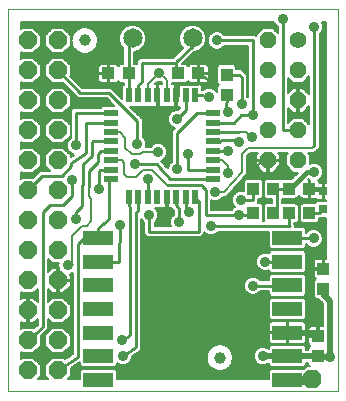
<source format=gtl>
G75*
%MOIN*%
%OFA0B0*%
%FSLAX24Y24*%
%IPPOS*%
%LPD*%
%AMOC8*
5,1,8,0,0,1.08239X$1,22.5*
%
%ADD10C,0.0000*%
%ADD11R,0.1000X0.0500*%
%ADD12OC8,0.0630*%
%ADD13C,0.0560*%
%ADD14OC8,0.0560*%
%ADD15R,0.0315X0.0315*%
%ADD16R,0.0394X0.0433*%
%ADD17R,0.0433X0.0394*%
%ADD18R,0.0220X0.0500*%
%ADD19R,0.0500X0.0220*%
%ADD20C,0.0394*%
%ADD21OC8,0.0600*%
%ADD22C,0.0650*%
%ADD23C,0.0200*%
%ADD24C,0.0100*%
%ADD25C,0.0357*%
%ADD26C,0.0160*%
%ADD27C,0.0080*%
%ADD28C,0.0050*%
%ADD29C,0.0300*%
D10*
X000175Y000150D02*
X000175Y012900D01*
X011175Y012900D01*
X011175Y000150D01*
X000175Y000150D01*
D11*
X003175Y000538D03*
X003175Y001325D03*
X003175Y002113D03*
X003175Y002900D03*
X003175Y003687D03*
X003175Y004475D03*
X003175Y005262D03*
X009475Y005262D03*
X009475Y004475D03*
X009475Y003687D03*
X009475Y002900D03*
X009475Y002113D03*
X009475Y001325D03*
X009475Y000538D03*
D12*
X010300Y000550D03*
D13*
X009825Y011850D03*
D14*
X009825Y010850D03*
X009825Y009850D03*
X009825Y008850D03*
X009825Y007850D03*
X008825Y007850D03*
X008825Y008850D03*
X008825Y009850D03*
X008825Y010850D03*
X008825Y011850D03*
D15*
X010675Y006820D03*
X010675Y006230D03*
D16*
X010210Y006100D03*
X009540Y006100D03*
X009010Y006100D03*
X008340Y006100D03*
X008340Y006900D03*
X009010Y006900D03*
X010675Y004235D03*
X010675Y003565D03*
X010500Y001985D03*
X010500Y001315D03*
X007450Y010040D03*
X007450Y010710D03*
D17*
X006510Y010750D03*
X005840Y010750D03*
X004185Y010750D03*
X003515Y010750D03*
X009540Y006900D03*
X010210Y006900D03*
D18*
X006402Y006635D03*
X006087Y006635D03*
X005772Y006635D03*
X005457Y006635D03*
X005143Y006635D03*
X004828Y006635D03*
X004513Y006635D03*
X004198Y006635D03*
X004198Y010015D03*
X004513Y010015D03*
X004828Y010015D03*
X005143Y010015D03*
X005457Y010015D03*
X005772Y010015D03*
X006087Y010015D03*
X006402Y010015D03*
D19*
X006990Y009427D03*
X006990Y009112D03*
X006990Y008797D03*
X006990Y008482D03*
X006990Y008168D03*
X006990Y007853D03*
X006990Y007538D03*
X006990Y007223D03*
X003610Y007223D03*
X003610Y007538D03*
X003610Y007853D03*
X003610Y008168D03*
X003610Y008482D03*
X003610Y008797D03*
X003610Y009112D03*
X003610Y009427D03*
D20*
X002725Y011850D03*
X007225Y001280D03*
D21*
X001825Y000850D03*
X001825Y001850D03*
X001825Y002850D03*
X001825Y003850D03*
X001825Y004850D03*
X001825Y005850D03*
X001825Y006850D03*
X001825Y007850D03*
X001825Y008850D03*
X001825Y009850D03*
X001825Y010850D03*
X001825Y011850D03*
X000825Y011850D03*
X000825Y010850D03*
X000825Y009850D03*
X000825Y008850D03*
X000825Y007850D03*
X000825Y006850D03*
X000825Y005850D03*
X000825Y004850D03*
X000825Y003850D03*
X000825Y002850D03*
X000825Y001850D03*
X000825Y000850D03*
D22*
X004325Y011925D03*
X006325Y011925D03*
D23*
X010675Y003565D02*
X010675Y003400D01*
X010900Y003175D01*
X010900Y001300D01*
X010515Y001300D01*
X010500Y001315D02*
X009484Y001315D01*
X009395Y001330D02*
X008655Y001325D01*
X009487Y002100D02*
X010500Y002100D01*
D24*
X010500Y001985D01*
X010500Y001315D02*
X010515Y001300D01*
X010300Y000550D02*
X010287Y000538D01*
X009484Y001315D02*
X009475Y001325D01*
X009395Y001330D01*
X009487Y002100D02*
X009475Y002113D01*
X009462Y003675D02*
X008325Y003675D01*
X008725Y004475D02*
X008725Y004475D01*
X009475Y004475D01*
X009475Y005262D02*
X009405Y005345D01*
X009475Y005262D02*
X010338Y005262D01*
X010350Y005250D01*
X010210Y006100D02*
X010545Y006100D01*
X010675Y006230D01*
X010200Y006550D02*
X010200Y006575D01*
X010210Y006900D01*
X009540Y006900D02*
X009125Y006900D01*
X009125Y006060D01*
X009010Y006100D01*
X009540Y006100D02*
X009540Y005660D01*
X009550Y005650D01*
X007050Y005650D01*
X006945Y005655D01*
X006930Y005655D01*
X006750Y006025D02*
X006750Y006875D01*
X006625Y007000D01*
X006625Y007025D01*
X005475Y007025D01*
X005575Y007225D02*
X006988Y007225D01*
X006990Y007223D01*
X006990Y007538D02*
X006163Y007538D01*
X006150Y008050D01*
X005800Y007550D02*
X005800Y008750D01*
X006477Y009427D01*
X006990Y009427D01*
X006990Y009112D02*
X007712Y009112D01*
X007925Y009350D01*
X008325Y009350D01*
X008325Y011850D01*
X007125Y011850D01*
X006325Y011925D02*
X006325Y011675D01*
X005765Y011115D01*
X005765Y010960D01*
X005765Y010725D01*
X005840Y010750D01*
X005765Y010960D02*
X005775Y011100D01*
X004625Y011100D01*
X004625Y010475D01*
X004513Y010363D01*
X004513Y010015D01*
X004198Y010015D02*
X004198Y010637D01*
X004185Y010750D01*
X004185Y011785D01*
X004325Y011925D01*
X005825Y010400D02*
X006510Y010400D01*
X006510Y010750D01*
X006975Y010450D01*
X006870Y009965D02*
X006627Y010023D01*
X006402Y010015D01*
X006087Y010015D02*
X006087Y009537D01*
X005800Y009225D01*
X005775Y009600D02*
X005150Y009600D01*
X005150Y009983D01*
X005143Y010015D01*
X005143Y009257D01*
X005225Y009175D01*
X005775Y009600D02*
X005772Y009628D01*
X005772Y010015D01*
X005825Y010015D01*
X005825Y010400D01*
X004475Y009150D02*
X004475Y008400D01*
X004410Y007715D02*
X005138Y007715D01*
X005241Y007612D01*
X005575Y007225D01*
X005457Y006635D02*
X005450Y006200D01*
X005518Y006132D01*
X005412Y006012D01*
X005775Y006350D02*
X005815Y006315D01*
X005865Y006215D01*
X005870Y005795D01*
X006200Y006125D02*
X006087Y006212D01*
X006087Y006635D01*
X005775Y006630D02*
X005775Y006350D01*
X005775Y006630D02*
X005772Y006635D01*
X006402Y006635D02*
X006527Y006477D01*
X006525Y005475D01*
X004875Y005475D01*
X004875Y006025D01*
X004515Y006210D02*
X004425Y006110D01*
X004425Y001640D01*
X004430Y001630D01*
X004000Y001325D01*
X004000Y001850D02*
X003975Y001850D01*
X004000Y001850D02*
X004225Y002025D01*
X004225Y006300D01*
X004198Y006323D01*
X004198Y006635D01*
X004500Y006648D02*
X004513Y006635D01*
X004515Y006630D01*
X004515Y006210D01*
X004828Y006635D02*
X004828Y007047D01*
X004825Y007225D01*
X003610Y007223D02*
X003610Y007210D01*
X003525Y007150D01*
X003535Y005885D01*
X003175Y005600D01*
X003175Y005263D01*
X003175Y005262D01*
X003163Y005250D01*
X002695Y005250D01*
X002500Y005055D01*
X002500Y001300D01*
X001825Y000850D01*
X000825Y001850D02*
X001325Y002300D01*
X001325Y006125D01*
X001575Y006350D01*
X002000Y006350D01*
X002300Y006650D01*
X002300Y007200D01*
X001950Y007325D02*
X002275Y007650D01*
X002275Y007750D01*
X002750Y008100D01*
X002750Y009100D01*
X002787Y009112D01*
X003610Y009112D01*
X003610Y009427D02*
X002848Y009427D01*
X002425Y009425D01*
X002425Y008350D01*
X002950Y008000D02*
X002650Y007725D01*
X002650Y007015D01*
X002645Y007040D02*
X002645Y006340D01*
X002564Y006272D01*
X002425Y006133D01*
X002425Y005910D01*
X002455Y006180D02*
X002564Y006272D01*
X003200Y006900D02*
X003200Y007500D01*
X003238Y007538D01*
X003610Y007538D01*
X003150Y007800D02*
X003150Y008050D01*
X003268Y008168D01*
X003610Y008168D01*
X003610Y008482D02*
X003007Y008482D01*
X002950Y008475D01*
X002950Y008000D01*
X003150Y007800D02*
X002850Y007500D01*
X002850Y006975D01*
X001950Y007325D02*
X001300Y007325D01*
X000825Y006850D01*
X002150Y004350D02*
X002250Y004350D01*
X002300Y004400D01*
X003175Y004475D02*
X003850Y004475D01*
X003875Y004500D01*
X003900Y005700D01*
X006750Y006025D02*
X008220Y006025D01*
X007870Y006030D01*
X008275Y006025D01*
X008340Y006100D01*
X008340Y006525D02*
X007925Y006525D01*
X008025Y006525D01*
X008340Y006525D02*
X008340Y006900D01*
X009000Y006900D02*
X009010Y006900D01*
X009125Y006900D01*
X009375Y006900D02*
X009540Y006900D01*
X010375Y008335D02*
X010375Y012305D01*
X009325Y012565D02*
X009325Y008850D01*
X009825Y008850D01*
X007950Y009725D02*
X007950Y010625D01*
X007865Y010710D01*
X007450Y010710D01*
X007450Y010040D02*
X007455Y010030D01*
X007430Y009530D01*
X007510Y009450D01*
X007775Y008800D02*
X006990Y008797D01*
X007275Y008525D02*
X007225Y008475D01*
X006997Y008475D01*
X006990Y008482D01*
X007275Y008525D02*
X007800Y008525D01*
X007850Y008475D01*
X007872Y008797D02*
X007775Y008800D01*
X007500Y008175D02*
X007493Y008168D01*
X006990Y008168D01*
X004475Y009150D02*
X003525Y010100D01*
X002575Y010100D01*
X001825Y010850D01*
X009462Y003675D02*
X009475Y003687D01*
D25*
X008725Y004475D03*
X008325Y003675D03*
X006930Y005655D03*
X007100Y006350D03*
X007065Y006800D03*
X007500Y007425D03*
X007500Y008175D03*
X007850Y008475D03*
X008292Y008617D03*
X008325Y009350D03*
X007950Y009725D03*
X007510Y009450D03*
X006870Y009965D03*
X006975Y010450D03*
X005800Y009225D03*
X005225Y009175D03*
X004475Y008400D03*
X004410Y007715D03*
X004825Y007225D03*
X005175Y008125D03*
X005800Y007550D03*
X006150Y008050D03*
X006200Y006125D03*
X005870Y005795D03*
X005412Y006012D03*
X004875Y006025D03*
X003900Y005700D03*
X003200Y006900D03*
X002425Y005910D03*
X002300Y007200D03*
X002425Y008350D03*
X005215Y010770D03*
X007125Y011850D03*
X009325Y012565D03*
X010375Y012305D03*
X010375Y007470D03*
X009875Y006500D03*
X010350Y005250D03*
X007925Y006525D03*
X007870Y006030D03*
X003975Y001850D03*
X004000Y001325D03*
X002150Y004350D03*
X008655Y001325D03*
X010900Y001300D03*
D26*
X010475Y002113D02*
X009475Y002113D01*
X009540Y006900D02*
X009565Y006900D01*
X010135Y007470D01*
X010375Y007470D01*
X010210Y006900D02*
X010700Y006900D01*
D27*
X010200Y006550D02*
X010150Y006500D01*
X009875Y006500D01*
X008825Y007850D02*
X008655Y007850D01*
X007555Y006750D01*
X007080Y006330D01*
X007100Y006350D01*
X007065Y006800D02*
X007365Y006800D01*
X007975Y007470D01*
X007975Y008070D01*
X008155Y008250D01*
X010290Y008250D01*
X010375Y008335D01*
X008292Y008617D02*
X008112Y008797D01*
X007872Y008797D01*
X007292Y007853D02*
X006990Y007853D01*
X007292Y007853D02*
X007495Y007650D01*
X007495Y007430D01*
X007500Y007425D01*
X005475Y007030D02*
X004975Y007530D01*
X004675Y007530D01*
X004435Y007290D01*
X004135Y007290D01*
X004025Y007400D01*
X004022Y007753D01*
X003950Y007850D01*
X003610Y007853D01*
X004075Y008250D02*
X004075Y008610D01*
X003895Y008790D01*
X003617Y008790D01*
X003610Y008797D01*
X004075Y008250D02*
X004315Y008070D01*
X004555Y008070D01*
X004670Y008125D01*
X005175Y008125D01*
X005475Y007030D02*
X005475Y007025D01*
X002935Y006570D02*
X002935Y005820D01*
X002785Y005670D01*
X002635Y005670D01*
X002300Y005335D01*
X002300Y004400D01*
X002935Y006570D02*
X002850Y006655D01*
X002850Y006975D01*
X002650Y007015D02*
X002645Y007040D01*
X004828Y010015D02*
X004828Y010383D01*
X005215Y010770D01*
X005455Y010530D01*
X005455Y010017D01*
X005457Y010015D01*
D28*
X005168Y010040D02*
X005118Y010040D01*
X005118Y010390D01*
X005068Y010390D01*
X005148Y010469D01*
X005155Y010467D01*
X005275Y010467D01*
X005282Y010469D01*
X005290Y010462D01*
X005290Y010384D01*
X005269Y010390D01*
X005168Y010390D01*
X005168Y010040D01*
X005168Y010044D02*
X005118Y010044D01*
X005118Y010093D02*
X005168Y010093D01*
X005168Y010141D02*
X005118Y010141D01*
X005118Y010190D02*
X005168Y010190D01*
X005168Y010238D02*
X005118Y010238D01*
X005118Y010287D02*
X005168Y010287D01*
X005168Y010335D02*
X005118Y010335D01*
X005118Y010384D02*
X005168Y010384D01*
X005110Y010432D02*
X005290Y010432D01*
X005620Y010428D02*
X006109Y010428D01*
X006180Y010499D01*
X006193Y010476D01*
X006216Y010453D01*
X006245Y010437D01*
X006277Y010428D01*
X006485Y010428D01*
X006485Y010725D01*
X006535Y010725D01*
X006535Y010775D01*
X006851Y010775D01*
X006851Y010963D01*
X006843Y010995D01*
X006826Y011024D01*
X006803Y011047D01*
X006774Y011063D01*
X006743Y011072D01*
X006535Y011072D01*
X006535Y010775D01*
X006485Y010775D01*
X006485Y011072D01*
X006277Y011072D01*
X006245Y011063D01*
X006216Y011047D01*
X006193Y011024D01*
X006180Y011001D01*
X006109Y011072D01*
X005969Y011072D01*
X006372Y011475D01*
X006415Y011475D01*
X006580Y011544D01*
X006706Y011670D01*
X006775Y011835D01*
X006775Y012015D01*
X006706Y012180D01*
X006580Y012306D01*
X006415Y012375D01*
X006235Y012375D01*
X006070Y012306D01*
X005944Y012180D01*
X005875Y012015D01*
X005875Y011835D01*
X005944Y011670D01*
X006008Y011606D01*
X005678Y011275D01*
X004553Y011275D01*
X004450Y011172D01*
X004450Y011072D01*
X004360Y011072D01*
X004360Y011475D01*
X004415Y011475D01*
X004580Y011544D01*
X004706Y011670D01*
X004775Y011835D01*
X004775Y012015D01*
X004706Y012180D01*
X004580Y012306D01*
X004415Y012375D01*
X004235Y012375D01*
X004070Y012306D01*
X003944Y012180D01*
X003875Y012015D01*
X003875Y011835D01*
X003944Y011670D01*
X004010Y011604D01*
X004010Y011072D01*
X003916Y011072D01*
X003845Y011001D01*
X003832Y011024D01*
X003809Y011047D01*
X003780Y011063D01*
X003748Y011072D01*
X003540Y011072D01*
X003540Y010775D01*
X003490Y010775D01*
X003490Y010725D01*
X003174Y010725D01*
X003174Y010537D01*
X003182Y010505D01*
X003199Y010476D01*
X003222Y010453D01*
X003251Y010437D01*
X003282Y010428D01*
X003490Y010428D01*
X003490Y010725D01*
X003540Y010725D01*
X003540Y010428D01*
X003748Y010428D01*
X003780Y010437D01*
X003809Y010453D01*
X003832Y010476D01*
X003845Y010499D01*
X003916Y010428D01*
X004023Y010428D01*
X004023Y010377D01*
X003963Y010317D01*
X003963Y009910D01*
X003700Y010172D01*
X003597Y010275D01*
X002647Y010275D01*
X002249Y010673D01*
X002250Y010674D01*
X002250Y011026D01*
X002001Y011275D01*
X001649Y011275D01*
X001400Y011026D01*
X001400Y010674D01*
X001649Y010425D01*
X002001Y010425D01*
X002002Y010426D01*
X002400Y010028D01*
X002400Y010028D01*
X002503Y009925D01*
X003453Y009925D01*
X003715Y009662D01*
X003308Y009662D01*
X003248Y009602D01*
X002920Y009602D01*
X002919Y009603D01*
X002847Y009602D01*
X002775Y009602D01*
X002425Y009600D01*
X002353Y009600D01*
X002352Y009600D01*
X002352Y009600D01*
X002301Y009548D01*
X002250Y009497D01*
X002250Y009497D01*
X002250Y009497D01*
X002250Y009425D01*
X002250Y008604D01*
X002168Y008522D01*
X002122Y008410D01*
X002122Y008290D01*
X002168Y008178D01*
X002253Y008093D01*
X002365Y008047D01*
X002382Y008047D01*
X002250Y007949D01*
X002250Y008026D01*
X002001Y008275D01*
X001649Y008275D01*
X001400Y008026D01*
X001400Y007674D01*
X001574Y007500D01*
X001228Y007500D01*
X001125Y007397D01*
X001002Y007274D01*
X001001Y007275D01*
X000649Y007275D01*
X000600Y007226D01*
X000600Y007474D01*
X000649Y007425D01*
X001001Y007425D01*
X001250Y007674D01*
X001250Y008026D01*
X001001Y008275D01*
X000649Y008275D01*
X000600Y008226D01*
X000600Y008474D01*
X000649Y008425D01*
X001001Y008425D01*
X001250Y008674D01*
X001250Y009026D01*
X001001Y009275D01*
X000649Y009275D01*
X000600Y009226D01*
X000600Y009474D01*
X000649Y009425D01*
X001001Y009425D01*
X001250Y009674D01*
X001250Y010026D01*
X001001Y010275D01*
X000649Y010275D01*
X000600Y010226D01*
X000600Y010474D01*
X000649Y010425D01*
X001001Y010425D01*
X001250Y010674D01*
X001250Y011026D01*
X001001Y011275D01*
X000649Y011275D01*
X000600Y011226D01*
X000600Y011474D01*
X000649Y011425D01*
X001001Y011425D01*
X001250Y011674D01*
X001250Y012026D01*
X001001Y012275D01*
X000649Y012275D01*
X000600Y012226D01*
X000600Y012475D01*
X009034Y012475D01*
X009068Y012393D01*
X009150Y012311D01*
X009150Y012098D01*
X008993Y012255D01*
X008657Y012255D01*
X008420Y012018D01*
X008420Y012002D01*
X008397Y012025D01*
X007379Y012025D01*
X007297Y012107D01*
X007185Y012153D01*
X007065Y012153D01*
X006953Y012107D01*
X006868Y012022D01*
X006822Y011910D01*
X006822Y011790D01*
X006756Y011790D01*
X006775Y011839D02*
X006822Y011839D01*
X006822Y011887D02*
X006775Y011887D01*
X006775Y011936D02*
X006832Y011936D01*
X006852Y011984D02*
X006775Y011984D01*
X006768Y012033D02*
X006878Y012033D01*
X006927Y012081D02*
X006747Y012081D01*
X006727Y012130D02*
X007007Y012130D01*
X007243Y012130D02*
X008532Y012130D01*
X008580Y012178D02*
X006707Y012178D01*
X006660Y012227D02*
X008629Y012227D01*
X008483Y012081D02*
X007323Y012081D01*
X007372Y012033D02*
X008435Y012033D01*
X008150Y011675D02*
X008150Y009954D01*
X008125Y009979D01*
X008125Y010697D01*
X008040Y010782D01*
X007938Y010885D01*
X007772Y010885D01*
X007772Y010978D01*
X007699Y011051D01*
X007201Y011051D01*
X007128Y010978D01*
X007128Y010441D01*
X007194Y010375D01*
X007128Y010309D01*
X007128Y010135D01*
X007127Y010137D01*
X007042Y010222D01*
X006930Y010268D01*
X006810Y010268D01*
X006698Y010222D01*
X006675Y010199D01*
X006645Y010198D01*
X006637Y010200D01*
X006637Y010317D01*
X006564Y010390D01*
X005926Y010390D01*
X005920Y010384D01*
X005899Y010390D01*
X005797Y010390D01*
X005797Y010040D01*
X005747Y010040D01*
X005747Y010390D01*
X005646Y010390D01*
X005625Y010384D01*
X005620Y010389D01*
X005620Y010428D01*
X005747Y010384D02*
X005797Y010384D01*
X005797Y010335D02*
X005747Y010335D01*
X005747Y010287D02*
X005797Y010287D01*
X005797Y010238D02*
X005747Y010238D01*
X005747Y010190D02*
X005797Y010190D01*
X005797Y010141D02*
X005747Y010141D01*
X005747Y010093D02*
X005797Y010093D01*
X005797Y010044D02*
X005747Y010044D01*
X005797Y010040D02*
X005852Y010040D01*
X005852Y009990D01*
X005797Y009990D01*
X005797Y009640D01*
X005899Y009640D01*
X005912Y009644D01*
X005912Y009606D01*
X005841Y009528D01*
X005740Y009528D01*
X005628Y009482D01*
X005543Y009397D01*
X005497Y009285D01*
X005497Y009165D01*
X005543Y009053D01*
X005628Y008968D01*
X005729Y008926D01*
X005728Y008925D01*
X005625Y008822D01*
X005625Y007804D01*
X005543Y007722D01*
X005497Y007610D01*
X005497Y007584D01*
X005416Y007677D01*
X005416Y007685D01*
X005369Y007731D01*
X005326Y007781D01*
X005318Y007782D01*
X005266Y007834D01*
X005347Y007868D01*
X005432Y007953D01*
X005478Y008065D01*
X005478Y008185D01*
X005432Y008297D01*
X005347Y008382D01*
X005235Y008428D01*
X005115Y008428D01*
X005003Y008382D01*
X004918Y008297D01*
X004915Y008290D01*
X004758Y008290D01*
X004778Y008340D01*
X004778Y008460D01*
X004732Y008572D01*
X004650Y008654D01*
X004650Y009222D01*
X004232Y009640D01*
X004989Y009640D01*
X004995Y009646D01*
X005016Y009640D01*
X005118Y009640D01*
X005118Y009990D01*
X005168Y009990D01*
X005168Y009640D01*
X005269Y009640D01*
X005290Y009646D01*
X005296Y009640D01*
X005619Y009640D01*
X005625Y009646D01*
X005646Y009640D01*
X005747Y009640D01*
X005747Y009990D01*
X005797Y009990D01*
X005797Y010040D01*
X005797Y009996D02*
X005852Y009996D01*
X005797Y009947D02*
X005747Y009947D01*
X005747Y009899D02*
X005797Y009899D01*
X005797Y009850D02*
X005747Y009850D01*
X005747Y009802D02*
X005797Y009802D01*
X005797Y009753D02*
X005747Y009753D01*
X005747Y009705D02*
X005797Y009705D01*
X005797Y009656D02*
X005747Y009656D01*
X005696Y009511D02*
X004362Y009511D01*
X004313Y009559D02*
X005870Y009559D01*
X005912Y009608D02*
X004265Y009608D01*
X004410Y009462D02*
X005608Y009462D01*
X005559Y009414D02*
X004459Y009414D01*
X004507Y009365D02*
X005530Y009365D01*
X005509Y009317D02*
X004556Y009317D01*
X004604Y009268D02*
X005497Y009268D01*
X005497Y009220D02*
X004650Y009220D01*
X004650Y009171D02*
X005497Y009171D01*
X005514Y009123D02*
X004650Y009123D01*
X004650Y009074D02*
X005534Y009074D01*
X005570Y009026D02*
X004650Y009026D01*
X004650Y008977D02*
X005619Y008977D01*
X005723Y008929D02*
X004650Y008929D01*
X004650Y008880D02*
X005683Y008880D01*
X005634Y008832D02*
X004650Y008832D01*
X004650Y008783D02*
X005625Y008783D01*
X005625Y008735D02*
X004650Y008735D01*
X004650Y008686D02*
X005625Y008686D01*
X005625Y008638D02*
X004667Y008638D01*
X004715Y008589D02*
X005625Y008589D01*
X005625Y008541D02*
X004745Y008541D01*
X004765Y008492D02*
X005625Y008492D01*
X005625Y008444D02*
X004778Y008444D01*
X004778Y008395D02*
X005034Y008395D01*
X004967Y008347D02*
X004778Y008347D01*
X004761Y008298D02*
X004919Y008298D01*
X005316Y008395D02*
X005625Y008395D01*
X005625Y008347D02*
X005383Y008347D01*
X005431Y008298D02*
X005625Y008298D01*
X005625Y008250D02*
X005452Y008250D01*
X005472Y008201D02*
X005625Y008201D01*
X005625Y008153D02*
X005478Y008153D01*
X005478Y008104D02*
X005625Y008104D01*
X005625Y008056D02*
X005475Y008056D01*
X005455Y008007D02*
X005625Y008007D01*
X005625Y007959D02*
X005434Y007959D01*
X005389Y007910D02*
X005625Y007910D01*
X005625Y007862D02*
X005332Y007862D01*
X005287Y007813D02*
X005625Y007813D01*
X005585Y007765D02*
X005340Y007765D01*
X005384Y007716D02*
X005540Y007716D01*
X005520Y007668D02*
X005424Y007668D01*
X005466Y007619D02*
X005500Y007619D01*
X005482Y006610D02*
X005432Y006610D01*
X005432Y006260D01*
X005331Y006260D01*
X005310Y006266D01*
X005304Y006260D01*
X005069Y006260D01*
X005132Y006197D01*
X005178Y006085D01*
X005178Y005965D01*
X005132Y005853D01*
X005050Y005771D01*
X005050Y005650D01*
X005602Y005650D01*
X005567Y005735D01*
X005567Y005855D01*
X005613Y005967D01*
X005692Y006046D01*
X005690Y006173D01*
X005676Y006201D01*
X005655Y006222D01*
X005612Y006260D01*
X005611Y006260D01*
X005605Y006266D01*
X005584Y006260D01*
X005482Y006260D01*
X005482Y006610D01*
X005482Y006601D02*
X005432Y006601D01*
X005432Y006552D02*
X005482Y006552D01*
X005482Y006504D02*
X005432Y006504D01*
X005432Y006455D02*
X005482Y006455D01*
X005482Y006407D02*
X005432Y006407D01*
X005432Y006358D02*
X005482Y006358D01*
X005482Y006310D02*
X005432Y006310D01*
X005432Y006261D02*
X005482Y006261D01*
X005588Y006261D02*
X005610Y006261D01*
X005665Y006213D02*
X005117Y006213D01*
X005146Y006164D02*
X005691Y006164D01*
X005691Y006116D02*
X005166Y006116D01*
X005178Y006067D02*
X005692Y006067D01*
X005664Y006019D02*
X005178Y006019D01*
X005178Y005970D02*
X005616Y005970D01*
X005594Y005922D02*
X005161Y005922D01*
X005140Y005873D02*
X005574Y005873D01*
X005567Y005825D02*
X005104Y005825D01*
X005055Y005776D02*
X005567Y005776D01*
X005570Y005728D02*
X005050Y005728D01*
X005050Y005679D02*
X005590Y005679D01*
X005327Y006261D02*
X005305Y006261D01*
X004700Y005771D02*
X004700Y005547D01*
X004700Y005403D01*
X004803Y005300D01*
X006525Y005300D01*
X006597Y005300D01*
X006597Y005300D01*
X006597Y005300D01*
X006649Y005351D01*
X006700Y005402D01*
X006700Y005402D01*
X006700Y005403D01*
X006700Y005455D01*
X006758Y005397D01*
X006869Y005351D01*
X006990Y005351D01*
X007102Y005397D01*
X007179Y005475D01*
X008850Y005475D01*
X008850Y004960D01*
X008923Y004887D01*
X010026Y004887D01*
X010100Y004960D01*
X010100Y005071D01*
X010178Y004993D01*
X010290Y004947D01*
X010410Y004947D01*
X010522Y004993D01*
X010607Y005078D01*
X010653Y005190D01*
X010653Y005310D01*
X010607Y005422D01*
X010522Y005507D01*
X010410Y005553D01*
X010290Y005553D01*
X010178Y005507D01*
X010108Y005437D01*
X010100Y005437D01*
X010100Y005564D01*
X010026Y005637D01*
X009725Y005637D01*
X009725Y005722D01*
X009715Y005732D01*
X009715Y005758D01*
X009789Y005758D01*
X009862Y005832D01*
X009862Y006368D01*
X009789Y006442D01*
X009300Y006442D01*
X009300Y006578D01*
X009809Y006578D01*
X009880Y006649D01*
X009880Y006649D01*
X009893Y006626D01*
X009916Y006603D01*
X009945Y006587D01*
X009977Y006578D01*
X010185Y006578D01*
X010185Y006875D01*
X010235Y006875D01*
X010235Y006578D01*
X010425Y006578D01*
X010441Y006563D01*
X010469Y006546D01*
X010501Y006538D01*
X010650Y006538D01*
X010650Y006795D01*
X010700Y006795D01*
X010700Y006538D01*
X010750Y006538D01*
X010750Y006512D01*
X010466Y006512D01*
X010395Y006442D01*
X009961Y006442D01*
X009888Y006368D01*
X009888Y005832D01*
X009961Y005758D01*
X010458Y005758D01*
X010531Y005832D01*
X010531Y005925D01*
X010618Y005925D01*
X010640Y005947D01*
X010750Y005947D01*
X010750Y004576D01*
X010700Y004576D01*
X010700Y004260D01*
X010650Y004260D01*
X010650Y004576D01*
X010462Y004576D01*
X010430Y004568D01*
X010401Y004551D01*
X010378Y004528D01*
X010362Y004499D01*
X010353Y004468D01*
X010353Y004260D01*
X010650Y004260D01*
X010650Y004210D01*
X010353Y004210D01*
X010353Y004002D01*
X010362Y003970D01*
X010378Y003941D01*
X010401Y003918D01*
X010424Y003905D01*
X010353Y003834D01*
X010353Y003297D01*
X010426Y003224D01*
X010533Y003224D01*
X010582Y003175D01*
X010675Y003082D01*
X010675Y002326D01*
X010525Y002326D01*
X010525Y002010D01*
X010475Y002010D01*
X010475Y002326D01*
X010287Y002326D01*
X010255Y002318D01*
X010226Y002301D01*
X010203Y002278D01*
X010187Y002249D01*
X010178Y002218D01*
X010178Y002010D01*
X010475Y002010D01*
X010475Y001960D01*
X010178Y001960D01*
X010178Y001752D01*
X010187Y001720D01*
X010203Y001691D01*
X010226Y001668D01*
X010249Y001655D01*
X010178Y001584D01*
X010178Y001540D01*
X010100Y001540D01*
X010100Y001627D01*
X010026Y001700D01*
X008923Y001700D01*
X008850Y001627D01*
X008850Y001559D01*
X008827Y001582D01*
X008715Y001628D01*
X008595Y001628D01*
X008483Y001582D01*
X008398Y001497D01*
X008352Y001385D01*
X008352Y001265D01*
X008398Y001153D01*
X008483Y001068D01*
X008595Y001022D01*
X008715Y001022D01*
X008827Y001068D01*
X008850Y001090D01*
X008850Y001023D01*
X008719Y001023D01*
X008831Y001072D02*
X008850Y001072D01*
X008850Y001023D02*
X008923Y000950D01*
X010026Y000950D01*
X010100Y001023D01*
X010100Y001090D01*
X010178Y001090D01*
X010178Y001047D01*
X010235Y000990D01*
X010118Y000990D01*
X010033Y000906D01*
X010026Y000913D01*
X008923Y000913D01*
X008850Y000840D01*
X008850Y000575D01*
X003800Y000575D01*
X003800Y000840D01*
X003727Y000913D01*
X002624Y000913D01*
X002550Y000840D01*
X002550Y000575D01*
X002151Y000575D01*
X002250Y000674D01*
X002250Y000923D01*
X002550Y001123D01*
X002550Y001023D01*
X002624Y000950D01*
X003727Y000950D01*
X003800Y001023D01*
X003936Y001023D01*
X003940Y001022D02*
X004060Y001022D01*
X004172Y001068D01*
X004257Y001153D01*
X004303Y001265D01*
X004303Y001326D01*
X004520Y001479D01*
X004573Y001506D01*
X004578Y001520D01*
X004590Y001529D01*
X004596Y001564D01*
X004600Y001568D01*
X004600Y001586D01*
X004600Y001587D01*
X004619Y001643D01*
X004612Y001657D01*
X004615Y001672D01*
X004600Y001693D01*
X004600Y005896D01*
X004618Y005853D01*
X004700Y005771D01*
X004695Y005776D02*
X004600Y005776D01*
X004600Y005728D02*
X004700Y005728D01*
X004700Y005679D02*
X004600Y005679D01*
X004600Y005631D02*
X004700Y005631D01*
X004700Y005582D02*
X004600Y005582D01*
X004600Y005534D02*
X004700Y005534D01*
X004700Y005485D02*
X004600Y005485D01*
X004600Y005437D02*
X004700Y005437D01*
X004714Y005388D02*
X004600Y005388D01*
X004600Y005340D02*
X004763Y005340D01*
X004600Y005291D02*
X008850Y005291D01*
X008850Y005243D02*
X004600Y005243D01*
X004600Y005194D02*
X008850Y005194D01*
X008850Y005146D02*
X004600Y005146D01*
X004600Y005097D02*
X008850Y005097D01*
X008850Y005049D02*
X004600Y005049D01*
X004600Y005000D02*
X008850Y005000D01*
X008859Y004952D02*
X004600Y004952D01*
X004600Y004903D02*
X008907Y004903D01*
X008923Y004850D02*
X008850Y004777D01*
X008850Y004752D01*
X008785Y004778D01*
X008665Y004778D01*
X008553Y004732D01*
X008468Y004647D01*
X008422Y004535D01*
X008422Y004415D01*
X008468Y004303D01*
X008553Y004218D01*
X008665Y004172D01*
X008785Y004172D01*
X008850Y004198D01*
X008850Y004173D01*
X008923Y004100D01*
X010026Y004100D01*
X010100Y004173D01*
X010100Y004777D01*
X010026Y004850D01*
X008923Y004850D01*
X008879Y004806D02*
X004600Y004806D01*
X004600Y004758D02*
X008614Y004758D01*
X008530Y004709D02*
X004600Y004709D01*
X004600Y004661D02*
X008481Y004661D01*
X008453Y004612D02*
X004600Y004612D01*
X004600Y004564D02*
X008433Y004564D01*
X008422Y004515D02*
X004600Y004515D01*
X004600Y004467D02*
X008422Y004467D01*
X008422Y004418D02*
X004600Y004418D01*
X004600Y004370D02*
X008440Y004370D01*
X008460Y004321D02*
X004600Y004321D01*
X004600Y004273D02*
X008498Y004273D01*
X008547Y004224D02*
X004600Y004224D01*
X004600Y004176D02*
X008655Y004176D01*
X008795Y004176D02*
X008850Y004176D01*
X008896Y004127D02*
X004600Y004127D01*
X004600Y004079D02*
X010353Y004079D01*
X010353Y004127D02*
X010054Y004127D01*
X010100Y004176D02*
X010353Y004176D01*
X010353Y004273D02*
X010100Y004273D01*
X010100Y004321D02*
X010353Y004321D01*
X010353Y004370D02*
X010100Y004370D01*
X010100Y004418D02*
X010353Y004418D01*
X010353Y004467D02*
X010100Y004467D01*
X010100Y004515D02*
X010371Y004515D01*
X010423Y004564D02*
X010100Y004564D01*
X010100Y004612D02*
X010750Y004612D01*
X010750Y004661D02*
X010100Y004661D01*
X010100Y004709D02*
X010750Y004709D01*
X010750Y004758D02*
X010100Y004758D01*
X010070Y004806D02*
X010750Y004806D01*
X010750Y004855D02*
X004600Y004855D01*
X004600Y004030D02*
X008890Y004030D01*
X008923Y004062D02*
X008850Y003989D01*
X008850Y003850D01*
X008579Y003850D01*
X008497Y003932D01*
X008385Y003978D01*
X008265Y003978D01*
X008153Y003932D01*
X008068Y003847D01*
X008022Y003735D01*
X008022Y003615D01*
X008068Y003503D01*
X008153Y003418D01*
X008265Y003372D01*
X008385Y003372D01*
X008497Y003418D01*
X008579Y003500D01*
X008850Y003500D01*
X008850Y003386D01*
X008923Y003312D01*
X010026Y003312D01*
X010100Y003386D01*
X010100Y003989D01*
X010026Y004062D01*
X008923Y004062D01*
X008850Y003982D02*
X004600Y003982D01*
X004600Y003933D02*
X008155Y003933D01*
X008105Y003885D02*
X004600Y003885D01*
X004600Y003836D02*
X008063Y003836D01*
X008043Y003788D02*
X004600Y003788D01*
X004600Y003739D02*
X008023Y003739D01*
X008022Y003691D02*
X004600Y003691D01*
X004600Y003642D02*
X008022Y003642D01*
X008030Y003594D02*
X004600Y003594D01*
X004600Y003545D02*
X008050Y003545D01*
X008074Y003497D02*
X004600Y003497D01*
X004600Y003448D02*
X008123Y003448D01*
X008197Y003400D02*
X004600Y003400D01*
X004600Y003351D02*
X008884Y003351D01*
X008850Y003400D02*
X008453Y003400D01*
X008527Y003448D02*
X008850Y003448D01*
X008850Y003497D02*
X008576Y003497D01*
X008545Y003885D02*
X008850Y003885D01*
X008850Y003933D02*
X008495Y003933D01*
X008923Y003275D02*
X008850Y003202D01*
X008850Y002598D01*
X008923Y002525D01*
X010026Y002525D01*
X010100Y002598D01*
X010100Y003202D01*
X010026Y003275D01*
X008923Y003275D01*
X008902Y003254D02*
X004600Y003254D01*
X004600Y003206D02*
X008853Y003206D01*
X008850Y003157D02*
X004600Y003157D01*
X004600Y003109D02*
X008850Y003109D01*
X008850Y003060D02*
X004600Y003060D01*
X004600Y003012D02*
X008850Y003012D01*
X008850Y002963D02*
X004600Y002963D01*
X004600Y002915D02*
X008850Y002915D01*
X008850Y002866D02*
X004600Y002866D01*
X004600Y002818D02*
X008850Y002818D01*
X008850Y002769D02*
X004600Y002769D01*
X004600Y002721D02*
X008850Y002721D01*
X008850Y002672D02*
X004600Y002672D01*
X004600Y002624D02*
X008850Y002624D01*
X008873Y002575D02*
X004600Y002575D01*
X004600Y002527D02*
X008921Y002527D01*
X008926Y002479D02*
X008898Y002463D01*
X008875Y002439D01*
X008858Y002411D01*
X008850Y002379D01*
X008850Y002138D01*
X009450Y002138D01*
X009450Y002488D01*
X008958Y002488D01*
X008926Y002479D01*
X008925Y002478D02*
X004600Y002478D01*
X004600Y002430D02*
X008869Y002430D01*
X008850Y002381D02*
X004600Y002381D01*
X004600Y002333D02*
X008850Y002333D01*
X008850Y002284D02*
X004600Y002284D01*
X004600Y002236D02*
X008850Y002236D01*
X008850Y002187D02*
X004600Y002187D01*
X004600Y002139D02*
X008850Y002139D01*
X008850Y002088D02*
X008850Y001846D01*
X008858Y001814D01*
X008875Y001786D01*
X008898Y001763D01*
X008926Y001746D01*
X008958Y001738D01*
X009450Y001738D01*
X009450Y002088D01*
X009500Y002088D01*
X009500Y002138D01*
X010100Y002138D01*
X010100Y002379D01*
X010091Y002411D01*
X010075Y002439D01*
X010051Y002463D01*
X010023Y002479D01*
X009991Y002488D01*
X009500Y002488D01*
X009500Y002138D01*
X009450Y002138D01*
X009450Y002088D01*
X008850Y002088D01*
X008850Y002042D02*
X004600Y002042D01*
X004600Y002090D02*
X009450Y002090D01*
X009450Y002042D02*
X009500Y002042D01*
X009500Y002088D02*
X009500Y001738D01*
X009991Y001738D01*
X010023Y001746D01*
X010051Y001763D01*
X010075Y001786D01*
X010091Y001814D01*
X010100Y001846D01*
X010100Y002088D01*
X009500Y002088D01*
X009500Y002090D02*
X010178Y002090D01*
X010178Y002042D02*
X010100Y002042D01*
X010100Y001993D02*
X010475Y001993D01*
X010475Y002042D02*
X010525Y002042D01*
X010525Y002090D02*
X010475Y002090D01*
X010475Y002139D02*
X010525Y002139D01*
X010525Y002187D02*
X010475Y002187D01*
X010475Y002236D02*
X010525Y002236D01*
X010525Y002284D02*
X010475Y002284D01*
X010675Y002333D02*
X010100Y002333D01*
X010099Y002381D02*
X010675Y002381D01*
X010675Y002430D02*
X010080Y002430D01*
X010025Y002478D02*
X010675Y002478D01*
X010675Y002527D02*
X010028Y002527D01*
X010076Y002575D02*
X010675Y002575D01*
X010675Y002624D02*
X010100Y002624D01*
X010100Y002672D02*
X010675Y002672D01*
X010675Y002721D02*
X010100Y002721D01*
X010100Y002769D02*
X010675Y002769D01*
X010675Y002818D02*
X010100Y002818D01*
X010100Y002866D02*
X010675Y002866D01*
X010675Y002915D02*
X010100Y002915D01*
X010100Y002963D02*
X010675Y002963D01*
X010675Y003012D02*
X010100Y003012D01*
X010100Y003060D02*
X010675Y003060D01*
X010648Y003109D02*
X010100Y003109D01*
X010100Y003157D02*
X010600Y003157D01*
X010551Y003206D02*
X010096Y003206D01*
X010047Y003254D02*
X010396Y003254D01*
X010353Y003303D02*
X004600Y003303D01*
X004600Y001993D02*
X008850Y001993D01*
X008850Y001945D02*
X004600Y001945D01*
X004600Y001896D02*
X008850Y001896D01*
X008850Y001848D02*
X004600Y001848D01*
X004600Y001799D02*
X008867Y001799D01*
X008919Y001751D02*
X004600Y001751D01*
X004600Y001702D02*
X007084Y001702D01*
X007088Y001704D02*
X007073Y001697D01*
X007057Y001693D01*
X007055Y001689D01*
X007021Y001673D01*
X007016Y001674D01*
X007003Y001664D01*
X006988Y001658D01*
X006987Y001653D01*
X006956Y001632D01*
X006951Y001632D01*
X006940Y001620D01*
X006926Y001611D01*
X006925Y001606D01*
X006899Y001580D01*
X006894Y001579D01*
X006885Y001565D01*
X006873Y001554D01*
X006873Y001549D01*
X006852Y001518D01*
X006847Y001517D01*
X006841Y001502D01*
X006831Y001489D01*
X006832Y001484D01*
X006816Y001450D01*
X006812Y001448D01*
X006808Y001432D01*
X006801Y001417D01*
X006803Y001412D01*
X006793Y001377D01*
X006789Y001373D01*
X006788Y001357D01*
X006784Y001341D01*
X006786Y001337D01*
X006783Y001300D01*
X006780Y001296D01*
X006781Y001280D01*
X006780Y001264D01*
X006783Y001260D01*
X006786Y001223D01*
X006784Y001219D01*
X006788Y001203D01*
X006789Y001187D01*
X006793Y001183D01*
X006803Y001148D01*
X006801Y001143D01*
X006808Y001128D01*
X006812Y001112D01*
X006816Y001110D01*
X006832Y001076D01*
X006831Y001071D01*
X006841Y001058D01*
X006847Y001043D01*
X006852Y001042D01*
X006873Y001011D01*
X006873Y001006D01*
X006885Y000995D01*
X006894Y000981D01*
X006899Y000980D01*
X006925Y000954D01*
X006926Y000949D01*
X006940Y000940D01*
X006951Y000928D01*
X006956Y000928D01*
X006987Y000907D01*
X006988Y000902D01*
X007003Y000896D01*
X007016Y000886D01*
X007021Y000887D01*
X007055Y000871D01*
X007057Y000867D01*
X007073Y000863D01*
X007088Y000856D01*
X007093Y000858D01*
X007128Y000848D01*
X007132Y000844D01*
X007148Y000843D01*
X007164Y000839D01*
X007168Y000841D01*
X007205Y000838D01*
X007209Y000835D01*
X007225Y000836D01*
X007241Y000835D01*
X007245Y000838D01*
X007282Y000841D01*
X007286Y000839D01*
X007302Y000843D01*
X007318Y000844D01*
X007322Y000848D01*
X007357Y000858D01*
X007362Y000856D01*
X007377Y000863D01*
X007393Y000867D01*
X007395Y000871D01*
X007429Y000887D01*
X007434Y000886D01*
X007447Y000896D01*
X007462Y000902D01*
X007463Y000907D01*
X007494Y000928D01*
X007499Y000928D01*
X007510Y000940D01*
X007524Y000949D01*
X007525Y000954D01*
X007551Y000980D01*
X007556Y000981D01*
X007565Y000995D01*
X007577Y001006D01*
X007577Y001011D01*
X007598Y001042D01*
X007603Y001043D01*
X007609Y001058D01*
X007619Y001071D01*
X007618Y001076D01*
X007634Y001110D01*
X007638Y001112D01*
X007642Y001128D01*
X007649Y001143D01*
X007647Y001148D01*
X007657Y001183D01*
X007661Y001187D01*
X007662Y001203D01*
X007666Y001219D01*
X007664Y001223D01*
X007667Y001260D01*
X007670Y001264D01*
X007669Y001280D01*
X007670Y001296D01*
X007667Y001300D01*
X007664Y001337D01*
X007666Y001341D01*
X007662Y001357D01*
X007661Y001373D01*
X007657Y001377D01*
X007647Y001412D01*
X007649Y001417D01*
X007642Y001432D01*
X007638Y001448D01*
X007634Y001450D01*
X007618Y001484D01*
X007619Y001489D01*
X007609Y001502D01*
X007603Y001517D01*
X007598Y001518D01*
X007577Y001549D01*
X007577Y001554D01*
X007565Y001565D01*
X007556Y001579D01*
X007551Y001580D01*
X007525Y001606D01*
X007524Y001611D01*
X007510Y001620D01*
X007499Y001632D01*
X007494Y001632D01*
X007463Y001653D01*
X007462Y001658D01*
X007447Y001664D01*
X007434Y001674D01*
X007429Y001673D01*
X007395Y001689D01*
X007393Y001693D01*
X007377Y001697D01*
X007362Y001704D01*
X007357Y001702D01*
X007322Y001712D01*
X007318Y001716D01*
X007302Y001717D01*
X007286Y001721D01*
X007282Y001719D01*
X007245Y001722D01*
X007241Y001725D01*
X007225Y001724D01*
X007209Y001725D01*
X007205Y001722D01*
X007168Y001719D01*
X007164Y001721D01*
X007148Y001717D01*
X007132Y001716D01*
X007128Y001712D01*
X007093Y001702D01*
X007088Y001704D01*
X006987Y001654D02*
X004614Y001654D01*
X004606Y001605D02*
X006925Y001605D01*
X006876Y001557D02*
X004595Y001557D01*
X004574Y001508D02*
X006843Y001508D01*
X006821Y001460D02*
X004492Y001460D01*
X004424Y001411D02*
X006802Y001411D01*
X006788Y001363D02*
X004355Y001363D01*
X004303Y001314D02*
X006784Y001314D01*
X006780Y001266D02*
X004303Y001266D01*
X004284Y001217D02*
X006784Y001217D01*
X006797Y001169D02*
X004264Y001169D01*
X004224Y001120D02*
X006810Y001120D01*
X006831Y001072D02*
X004176Y001072D01*
X004064Y001023D02*
X006865Y001023D01*
X006905Y000975D02*
X003751Y000975D01*
X003800Y001023D02*
X003800Y001095D01*
X003828Y001068D01*
X003940Y001022D01*
X003824Y001072D02*
X003800Y001072D01*
X003762Y000878D02*
X007042Y000878D01*
X006960Y000926D02*
X002254Y000926D01*
X002250Y000878D02*
X002588Y000878D01*
X002550Y000829D02*
X002250Y000829D01*
X002250Y000781D02*
X002550Y000781D01*
X002550Y000732D02*
X002250Y000732D01*
X002250Y000684D02*
X002550Y000684D01*
X002550Y000635D02*
X002211Y000635D01*
X002163Y000587D02*
X002550Y000587D01*
X002599Y000975D02*
X002327Y000975D01*
X002400Y001023D02*
X002551Y001023D01*
X002550Y001072D02*
X002473Y001072D01*
X002545Y001120D02*
X002550Y001120D01*
X002325Y001394D02*
X002059Y001217D01*
X002060Y001217D01*
X002059Y001217D02*
X002001Y001275D01*
X001649Y001275D01*
X001400Y001026D01*
X001400Y000674D01*
X001499Y000575D01*
X001151Y000575D01*
X001250Y000674D01*
X001250Y001026D01*
X001001Y001275D01*
X000649Y001275D01*
X000600Y001226D01*
X000600Y001474D01*
X000649Y001425D01*
X001001Y001425D01*
X001250Y001674D01*
X001250Y001997D01*
X001392Y002125D01*
X001397Y002125D01*
X001445Y002173D01*
X001496Y002218D01*
X001496Y002224D01*
X001500Y002228D01*
X001500Y002295D01*
X001504Y002363D01*
X001500Y002367D01*
X001500Y002574D01*
X001649Y002425D01*
X002001Y002425D01*
X002250Y002674D01*
X002250Y003026D01*
X002001Y003275D01*
X001649Y003275D01*
X001500Y003126D01*
X001500Y003574D01*
X001649Y003425D01*
X001800Y003425D01*
X001800Y003825D01*
X001850Y003825D01*
X001850Y003875D01*
X002250Y003875D01*
X002250Y004026D01*
X002224Y004052D01*
X002322Y004093D01*
X002325Y004096D01*
X002325Y001394D01*
X002325Y001411D02*
X000600Y001411D01*
X000600Y001363D02*
X002278Y001363D01*
X002206Y001314D02*
X000600Y001314D01*
X000600Y001266D02*
X000639Y001266D01*
X000614Y001460D02*
X000600Y001460D01*
X001036Y001460D02*
X001614Y001460D01*
X001649Y001425D02*
X001400Y001674D01*
X001400Y002026D01*
X001649Y002275D01*
X002001Y002275D01*
X002250Y002026D01*
X002250Y001674D01*
X002001Y001425D01*
X001649Y001425D01*
X001566Y001508D02*
X001084Y001508D01*
X001133Y001557D02*
X001517Y001557D01*
X001469Y001605D02*
X001181Y001605D01*
X001230Y001654D02*
X001420Y001654D01*
X001400Y001702D02*
X001250Y001702D01*
X001250Y001751D02*
X001400Y001751D01*
X001400Y001799D02*
X001250Y001799D01*
X001250Y001848D02*
X001400Y001848D01*
X001400Y001896D02*
X001250Y001896D01*
X001250Y001945D02*
X001400Y001945D01*
X001400Y001993D02*
X001250Y001993D01*
X001299Y002042D02*
X001415Y002042D01*
X001464Y002090D02*
X001353Y002090D01*
X001411Y002139D02*
X001512Y002139D01*
X001561Y002187D02*
X001461Y002187D01*
X001500Y002236D02*
X001609Y002236D01*
X001500Y002284D02*
X002325Y002284D01*
X002325Y002236D02*
X002041Y002236D01*
X002089Y002187D02*
X002325Y002187D01*
X002325Y002139D02*
X002138Y002139D01*
X002186Y002090D02*
X002325Y002090D01*
X002325Y002042D02*
X002235Y002042D01*
X002250Y001993D02*
X002325Y001993D01*
X002325Y001945D02*
X002250Y001945D01*
X002250Y001896D02*
X002325Y001896D01*
X002325Y001848D02*
X002250Y001848D01*
X002250Y001799D02*
X002325Y001799D01*
X002325Y001751D02*
X002250Y001751D01*
X002250Y001702D02*
X002325Y001702D01*
X002325Y001654D02*
X002230Y001654D01*
X002181Y001605D02*
X002325Y001605D01*
X002325Y001557D02*
X002133Y001557D01*
X002084Y001508D02*
X002325Y001508D01*
X002325Y001460D02*
X002036Y001460D01*
X002011Y001266D02*
X002133Y001266D01*
X001639Y001266D02*
X001011Y001266D01*
X001059Y001217D02*
X001591Y001217D01*
X001542Y001169D02*
X001108Y001169D01*
X001156Y001120D02*
X001494Y001120D01*
X001445Y001072D02*
X001205Y001072D01*
X001250Y001023D02*
X001400Y001023D01*
X001400Y000975D02*
X001250Y000975D01*
X001250Y000926D02*
X001400Y000926D01*
X001400Y000878D02*
X001250Y000878D01*
X001250Y000829D02*
X001400Y000829D01*
X001400Y000781D02*
X001250Y000781D01*
X001250Y000732D02*
X001400Y000732D01*
X001400Y000684D02*
X001250Y000684D01*
X001211Y000635D02*
X001439Y000635D01*
X001487Y000587D02*
X001163Y000587D01*
X001017Y002259D02*
X001001Y002275D01*
X000649Y002275D01*
X000600Y002226D01*
X000600Y002474D01*
X000649Y002425D01*
X000800Y002425D01*
X000800Y002825D01*
X000850Y002825D01*
X000850Y002425D01*
X001001Y002425D01*
X001150Y002574D01*
X001150Y002378D01*
X001017Y002259D01*
X001046Y002284D02*
X000600Y002284D01*
X000600Y002236D02*
X000609Y002236D01*
X000600Y002333D02*
X001100Y002333D01*
X001150Y002381D02*
X000600Y002381D01*
X000600Y002430D02*
X000644Y002430D01*
X000800Y002430D02*
X000850Y002430D01*
X000850Y002478D02*
X000800Y002478D01*
X000800Y002527D02*
X000850Y002527D01*
X000850Y002575D02*
X000800Y002575D01*
X000800Y002624D02*
X000850Y002624D01*
X000850Y002672D02*
X000800Y002672D01*
X000800Y002721D02*
X000850Y002721D01*
X000850Y002769D02*
X000800Y002769D01*
X000800Y002818D02*
X000850Y002818D01*
X000850Y002875D02*
X000800Y002875D01*
X000800Y003275D01*
X000649Y003275D01*
X000600Y003226D01*
X000600Y003474D01*
X000649Y003425D01*
X001001Y003425D01*
X001150Y003574D01*
X001150Y003126D01*
X001001Y003275D01*
X000850Y003275D01*
X000850Y002875D01*
X000850Y002915D02*
X000800Y002915D01*
X000800Y002963D02*
X000850Y002963D01*
X000850Y003012D02*
X000800Y003012D01*
X000800Y003060D02*
X000850Y003060D01*
X000850Y003109D02*
X000800Y003109D01*
X000800Y003157D02*
X000850Y003157D01*
X000850Y003206D02*
X000800Y003206D01*
X000800Y003254D02*
X000850Y003254D01*
X001022Y003254D02*
X001150Y003254D01*
X001150Y003206D02*
X001071Y003206D01*
X001119Y003157D02*
X001150Y003157D01*
X001150Y003303D02*
X000600Y003303D01*
X000600Y003351D02*
X001150Y003351D01*
X001150Y003400D02*
X000600Y003400D01*
X000600Y003448D02*
X000626Y003448D01*
X000628Y003254D02*
X000600Y003254D01*
X001024Y003448D02*
X001150Y003448D01*
X001150Y003497D02*
X001073Y003497D01*
X001121Y003545D02*
X001150Y003545D01*
X001500Y003545D02*
X001529Y003545D01*
X001500Y003497D02*
X001577Y003497D01*
X001626Y003448D02*
X001500Y003448D01*
X001500Y003400D02*
X002325Y003400D01*
X002325Y003448D02*
X002024Y003448D01*
X002001Y003425D02*
X002250Y003674D01*
X002250Y003825D01*
X001850Y003825D01*
X001850Y003425D01*
X002001Y003425D01*
X002073Y003497D02*
X002325Y003497D01*
X002325Y003545D02*
X002121Y003545D01*
X002170Y003594D02*
X002325Y003594D01*
X002325Y003642D02*
X002218Y003642D01*
X002250Y003691D02*
X002325Y003691D01*
X002325Y003739D02*
X002250Y003739D01*
X002250Y003788D02*
X002325Y003788D01*
X002325Y003836D02*
X001850Y003836D01*
X001850Y003875D02*
X001800Y003875D01*
X001800Y004275D01*
X001649Y004275D01*
X001500Y004126D01*
X001500Y004574D01*
X001649Y004425D01*
X001853Y004425D01*
X001847Y004410D01*
X001847Y004290D01*
X001853Y004275D01*
X001850Y004275D01*
X001850Y003875D01*
X001850Y003885D02*
X001800Y003885D01*
X001800Y003933D02*
X001850Y003933D01*
X001850Y003982D02*
X001800Y003982D01*
X001800Y004030D02*
X001850Y004030D01*
X001850Y004079D02*
X001800Y004079D01*
X001800Y004127D02*
X001850Y004127D01*
X001850Y004176D02*
X001800Y004176D01*
X001800Y004224D02*
X001850Y004224D01*
X001850Y004273D02*
X001800Y004273D01*
X001847Y004321D02*
X001500Y004321D01*
X001500Y004273D02*
X001646Y004273D01*
X001598Y004224D02*
X001500Y004224D01*
X001500Y004176D02*
X001549Y004176D01*
X001501Y004127D02*
X001500Y004127D01*
X001500Y004370D02*
X001847Y004370D01*
X001850Y004418D02*
X001500Y004418D01*
X001500Y004467D02*
X001607Y004467D01*
X001559Y004515D02*
X001500Y004515D01*
X001500Y004564D02*
X001510Y004564D01*
X001800Y003788D02*
X001850Y003788D01*
X001850Y003739D02*
X001800Y003739D01*
X001800Y003691D02*
X001850Y003691D01*
X001850Y003642D02*
X001800Y003642D01*
X001800Y003594D02*
X001850Y003594D01*
X001850Y003545D02*
X001800Y003545D01*
X001800Y003497D02*
X001850Y003497D01*
X001850Y003448D02*
X001800Y003448D01*
X001628Y003254D02*
X001500Y003254D01*
X001500Y003206D02*
X001579Y003206D01*
X001531Y003157D02*
X001500Y003157D01*
X001500Y003303D02*
X002325Y003303D01*
X002325Y003351D02*
X001500Y003351D01*
X002022Y003254D02*
X002325Y003254D01*
X002325Y003206D02*
X002071Y003206D01*
X002119Y003157D02*
X002325Y003157D01*
X002325Y003109D02*
X002168Y003109D01*
X002216Y003060D02*
X002325Y003060D01*
X002325Y003012D02*
X002250Y003012D01*
X002250Y002963D02*
X002325Y002963D01*
X002325Y002915D02*
X002250Y002915D01*
X002250Y002866D02*
X002325Y002866D01*
X002325Y002818D02*
X002250Y002818D01*
X002250Y002769D02*
X002325Y002769D01*
X002325Y002721D02*
X002250Y002721D01*
X002248Y002672D02*
X002325Y002672D01*
X002325Y002624D02*
X002200Y002624D01*
X002151Y002575D02*
X002325Y002575D01*
X002325Y002527D02*
X002103Y002527D01*
X002054Y002478D02*
X002325Y002478D01*
X002325Y002430D02*
X002006Y002430D01*
X002325Y002381D02*
X001500Y002381D01*
X001500Y002430D02*
X001644Y002430D01*
X001596Y002478D02*
X001500Y002478D01*
X001500Y002527D02*
X001547Y002527D01*
X001502Y002333D02*
X002325Y002333D01*
X001150Y002430D02*
X001006Y002430D01*
X001054Y002478D02*
X001150Y002478D01*
X001150Y002527D02*
X001103Y002527D01*
X002250Y003885D02*
X002325Y003885D01*
X002325Y003933D02*
X002250Y003933D01*
X002250Y003982D02*
X002325Y003982D01*
X002325Y004030D02*
X002246Y004030D01*
X002287Y004079D02*
X002325Y004079D01*
X004600Y005825D02*
X004646Y005825D01*
X004610Y005873D02*
X004600Y005873D01*
X006637Y005340D02*
X008850Y005340D01*
X008850Y005388D02*
X007079Y005388D01*
X007141Y005437D02*
X008850Y005437D01*
X008694Y005825D02*
X008656Y005825D01*
X008662Y005832D01*
X008662Y006368D01*
X008589Y006442D01*
X008504Y006442D01*
X008515Y006453D01*
X008515Y006558D01*
X008589Y006558D01*
X008662Y006632D01*
X008662Y007168D01*
X008589Y007242D01*
X008092Y007242D01*
X008019Y007168D01*
X008019Y006815D01*
X007985Y006828D01*
X007865Y006828D01*
X007753Y006782D01*
X007668Y006697D01*
X007622Y006585D01*
X007622Y006465D01*
X007668Y006353D01*
X007723Y006298D01*
X007698Y006287D01*
X007613Y006202D01*
X007612Y006200D01*
X006925Y006200D01*
X006925Y006530D01*
X007005Y006497D01*
X007125Y006497D01*
X007237Y006543D01*
X007322Y006628D01*
X007324Y006633D01*
X007369Y006635D01*
X007433Y006635D01*
X007437Y006638D01*
X007441Y006638D01*
X007484Y006686D01*
X007530Y006732D01*
X007530Y006736D01*
X008094Y007356D01*
X008140Y007402D01*
X008140Y007406D01*
X008143Y007409D01*
X008140Y007474D01*
X008140Y008002D01*
X008223Y008085D01*
X008487Y008085D01*
X008420Y008018D01*
X008420Y007875D01*
X008800Y007875D01*
X008800Y007825D01*
X008850Y007825D01*
X008850Y007875D01*
X009230Y007875D01*
X009230Y008018D01*
X009163Y008085D01*
X009487Y008085D01*
X009420Y008018D01*
X009420Y007682D01*
X009657Y007445D01*
X009820Y007445D01*
X009597Y007222D01*
X009278Y007222D01*
X009258Y007242D01*
X008761Y007242D01*
X008688Y007168D01*
X008688Y006632D01*
X008761Y006558D01*
X008950Y006558D01*
X008950Y006442D01*
X008761Y006442D01*
X008688Y006368D01*
X008688Y005832D01*
X008694Y005825D01*
X008688Y005873D02*
X008662Y005873D01*
X008662Y005922D02*
X008688Y005922D01*
X008688Y005970D02*
X008662Y005970D01*
X008662Y006019D02*
X008688Y006019D01*
X008688Y006067D02*
X008662Y006067D01*
X008662Y006116D02*
X008688Y006116D01*
X008688Y006164D02*
X008662Y006164D01*
X008662Y006213D02*
X008688Y006213D01*
X008688Y006261D02*
X008662Y006261D01*
X008662Y006310D02*
X008688Y006310D01*
X008688Y006358D02*
X008662Y006358D01*
X008624Y006407D02*
X008726Y006407D01*
X008719Y006601D02*
X008631Y006601D01*
X008662Y006649D02*
X008688Y006649D01*
X008688Y006698D02*
X008662Y006698D01*
X008662Y006746D02*
X008688Y006746D01*
X008688Y006795D02*
X008662Y006795D01*
X008662Y006843D02*
X008688Y006843D01*
X008688Y006892D02*
X008662Y006892D01*
X008662Y006940D02*
X008688Y006940D01*
X008688Y006989D02*
X008662Y006989D01*
X008662Y007037D02*
X008688Y007037D01*
X008688Y007086D02*
X008662Y007086D01*
X008662Y007134D02*
X008688Y007134D01*
X008702Y007183D02*
X008648Y007183D01*
X008599Y007231D02*
X008751Y007231D01*
X008800Y007445D02*
X008657Y007445D01*
X008420Y007682D01*
X008420Y007825D01*
X008800Y007825D01*
X008800Y007445D01*
X008800Y007474D02*
X008850Y007474D01*
X008850Y007445D02*
X008993Y007445D01*
X009230Y007682D01*
X009230Y007825D01*
X008850Y007825D01*
X008850Y007445D01*
X008850Y007522D02*
X008800Y007522D01*
X008800Y007571D02*
X008850Y007571D01*
X008850Y007619D02*
X008800Y007619D01*
X008800Y007668D02*
X008850Y007668D01*
X008850Y007716D02*
X008800Y007716D01*
X008800Y007765D02*
X008850Y007765D01*
X008850Y007813D02*
X008800Y007813D01*
X008800Y007862D02*
X008140Y007862D01*
X008140Y007910D02*
X008420Y007910D01*
X008420Y007959D02*
X008140Y007959D01*
X008145Y008007D02*
X008420Y008007D01*
X008458Y008056D02*
X008194Y008056D01*
X008140Y007813D02*
X008420Y007813D01*
X008420Y007765D02*
X008140Y007765D01*
X008140Y007716D02*
X008420Y007716D01*
X008435Y007668D02*
X008140Y007668D01*
X008140Y007619D02*
X008483Y007619D01*
X008532Y007571D02*
X008140Y007571D01*
X008140Y007522D02*
X008580Y007522D01*
X008629Y007474D02*
X008140Y007474D01*
X008142Y007425D02*
X009800Y007425D01*
X009752Y007377D02*
X008115Y007377D01*
X008069Y007328D02*
X009703Y007328D01*
X009655Y007280D02*
X008025Y007280D01*
X007981Y007231D02*
X008081Y007231D01*
X008033Y007183D02*
X007936Y007183D01*
X007892Y007134D02*
X008019Y007134D01*
X008019Y007086D02*
X007848Y007086D01*
X007804Y007037D02*
X008019Y007037D01*
X008019Y006989D02*
X007760Y006989D01*
X007716Y006940D02*
X008019Y006940D01*
X008019Y006892D02*
X007671Y006892D01*
X007627Y006843D02*
X008019Y006843D01*
X007783Y006795D02*
X007583Y006795D01*
X007539Y006746D02*
X007717Y006746D01*
X007668Y006698D02*
X007496Y006698D01*
X007451Y006649D02*
X007648Y006649D01*
X007628Y006601D02*
X007295Y006601D01*
X007246Y006552D02*
X007622Y006552D01*
X007622Y006504D02*
X007142Y006504D01*
X006988Y006504D02*
X006925Y006504D01*
X006925Y006455D02*
X007626Y006455D01*
X007646Y006407D02*
X006925Y006407D01*
X006925Y006358D02*
X007666Y006358D01*
X007711Y006310D02*
X006925Y006310D01*
X006925Y006261D02*
X007672Y006261D01*
X007623Y006213D02*
X006925Y006213D01*
X006719Y005437D02*
X006700Y005437D01*
X006686Y005388D02*
X006781Y005388D01*
X008515Y006455D02*
X008950Y006455D01*
X008950Y006504D02*
X008515Y006504D01*
X008515Y006552D02*
X008950Y006552D01*
X009300Y006552D02*
X010459Y006552D01*
X010457Y006504D02*
X009300Y006504D01*
X009300Y006455D02*
X010409Y006455D01*
X010235Y006601D02*
X010185Y006601D01*
X010185Y006649D02*
X010235Y006649D01*
X010235Y006698D02*
X010185Y006698D01*
X010185Y006746D02*
X010235Y006746D01*
X010235Y006795D02*
X010185Y006795D01*
X010185Y006843D02*
X010235Y006843D01*
X010235Y006925D02*
X010235Y007200D01*
X010203Y007213D01*
X010185Y007230D01*
X010177Y007222D01*
X010185Y007222D01*
X010185Y006925D01*
X010235Y006925D01*
X010235Y006940D02*
X010185Y006940D01*
X010185Y006989D02*
X010235Y006989D01*
X010235Y007037D02*
X010185Y007037D01*
X010185Y007086D02*
X010235Y007086D01*
X010235Y007134D02*
X010185Y007134D01*
X010185Y007183D02*
X010235Y007183D01*
X010505Y007195D02*
X010526Y007174D01*
X010543Y007145D01*
X010551Y007113D01*
X010551Y007103D01*
X010650Y007103D01*
X010650Y006845D01*
X010700Y006845D01*
X010700Y007103D01*
X010750Y007103D01*
X010750Y012475D01*
X010633Y012475D01*
X010678Y012365D01*
X010678Y012245D01*
X010632Y012133D01*
X010550Y012051D01*
X010550Y008263D01*
X010447Y008160D01*
X010433Y008160D01*
X010358Y008085D01*
X010163Y008085D01*
X010230Y008018D01*
X010230Y007738D01*
X010315Y007773D01*
X010435Y007773D01*
X010547Y007727D01*
X010632Y007642D01*
X010678Y007530D01*
X010678Y007410D01*
X010632Y007298D01*
X010547Y007213D01*
X010505Y007195D01*
X010517Y007183D02*
X010750Y007183D01*
X010750Y007231D02*
X010565Y007231D01*
X010614Y007280D02*
X010750Y007280D01*
X010750Y007328D02*
X010645Y007328D01*
X010665Y007377D02*
X010750Y007377D01*
X010750Y007425D02*
X010678Y007425D01*
X010678Y007474D02*
X010750Y007474D01*
X010750Y007522D02*
X010678Y007522D01*
X010662Y007571D02*
X010750Y007571D01*
X010750Y007619D02*
X010642Y007619D01*
X010607Y007668D02*
X010750Y007668D01*
X010750Y007716D02*
X010558Y007716D01*
X010457Y007765D02*
X010750Y007765D01*
X010750Y007813D02*
X010230Y007813D01*
X010230Y007765D02*
X010293Y007765D01*
X010230Y007862D02*
X010750Y007862D01*
X010750Y007910D02*
X010230Y007910D01*
X010230Y007959D02*
X010750Y007959D01*
X010750Y008007D02*
X010230Y008007D01*
X010192Y008056D02*
X010750Y008056D01*
X010750Y008104D02*
X010377Y008104D01*
X010426Y008153D02*
X010750Y008153D01*
X010750Y008201D02*
X010489Y008201D01*
X010537Y008250D02*
X010750Y008250D01*
X010750Y008298D02*
X010550Y008298D01*
X010550Y008347D02*
X010750Y008347D01*
X010750Y008395D02*
X010550Y008395D01*
X010550Y008444D02*
X010750Y008444D01*
X010750Y008492D02*
X010550Y008492D01*
X010550Y008541D02*
X010750Y008541D01*
X010750Y008589D02*
X010550Y008589D01*
X010550Y008638D02*
X010750Y008638D01*
X010750Y008686D02*
X010550Y008686D01*
X010550Y008735D02*
X010750Y008735D01*
X010750Y008783D02*
X010550Y008783D01*
X010550Y008832D02*
X010750Y008832D01*
X010750Y008880D02*
X010550Y008880D01*
X010550Y008929D02*
X010750Y008929D01*
X010750Y008977D02*
X010550Y008977D01*
X010550Y009026D02*
X010750Y009026D01*
X010750Y009074D02*
X010550Y009074D01*
X010550Y009123D02*
X010750Y009123D01*
X010750Y009171D02*
X010550Y009171D01*
X010550Y009220D02*
X010750Y009220D01*
X010750Y009268D02*
X010550Y009268D01*
X010550Y009317D02*
X010750Y009317D01*
X010750Y009365D02*
X010550Y009365D01*
X010550Y009414D02*
X010750Y009414D01*
X010750Y009462D02*
X010550Y009462D01*
X010550Y009511D02*
X010750Y009511D01*
X010750Y009559D02*
X010550Y009559D01*
X010550Y009608D02*
X010750Y009608D01*
X010750Y009656D02*
X010550Y009656D01*
X010550Y009705D02*
X010750Y009705D01*
X010750Y009753D02*
X010550Y009753D01*
X010550Y009802D02*
X010750Y009802D01*
X010750Y009850D02*
X010550Y009850D01*
X010550Y009899D02*
X010750Y009899D01*
X010750Y009947D02*
X010550Y009947D01*
X010550Y009996D02*
X010750Y009996D01*
X010750Y010044D02*
X010550Y010044D01*
X010550Y010093D02*
X010750Y010093D01*
X010750Y010141D02*
X010550Y010141D01*
X010550Y010190D02*
X010750Y010190D01*
X010750Y010238D02*
X010550Y010238D01*
X010550Y010287D02*
X010750Y010287D01*
X010750Y010335D02*
X010550Y010335D01*
X010550Y010384D02*
X010750Y010384D01*
X010750Y010432D02*
X010550Y010432D01*
X010550Y010481D02*
X010750Y010481D01*
X010750Y010529D02*
X010550Y010529D01*
X010550Y010578D02*
X010750Y010578D01*
X010750Y010626D02*
X010550Y010626D01*
X010550Y010675D02*
X010750Y010675D01*
X010750Y010723D02*
X010550Y010723D01*
X010550Y010772D02*
X010750Y010772D01*
X010750Y010820D02*
X010550Y010820D01*
X010550Y010869D02*
X010750Y010869D01*
X010750Y010917D02*
X010550Y010917D01*
X010550Y010966D02*
X010750Y010966D01*
X010750Y011014D02*
X010550Y011014D01*
X010550Y011063D02*
X010750Y011063D01*
X010750Y011111D02*
X010550Y011111D01*
X010550Y011160D02*
X010750Y011160D01*
X010750Y011208D02*
X010550Y011208D01*
X010550Y011257D02*
X010750Y011257D01*
X010750Y011305D02*
X010550Y011305D01*
X010550Y011354D02*
X010750Y011354D01*
X010750Y011402D02*
X010550Y011402D01*
X010550Y011451D02*
X010750Y011451D01*
X010750Y011499D02*
X010550Y011499D01*
X010550Y011548D02*
X010750Y011548D01*
X010750Y011596D02*
X010550Y011596D01*
X010550Y011645D02*
X010750Y011645D01*
X010750Y011693D02*
X010550Y011693D01*
X010550Y011742D02*
X010750Y011742D01*
X010750Y011790D02*
X010550Y011790D01*
X010550Y011839D02*
X010750Y011839D01*
X010750Y011887D02*
X010550Y011887D01*
X010550Y011936D02*
X010750Y011936D01*
X010750Y011984D02*
X010550Y011984D01*
X010550Y012033D02*
X010750Y012033D01*
X010750Y012081D02*
X010580Y012081D01*
X010629Y012130D02*
X010750Y012130D01*
X010750Y012178D02*
X010651Y012178D01*
X010671Y012227D02*
X010750Y012227D01*
X010750Y012275D02*
X010678Y012275D01*
X010678Y012324D02*
X010750Y012324D01*
X010750Y012372D02*
X010676Y012372D01*
X010656Y012421D02*
X010750Y012421D01*
X010750Y012469D02*
X010635Y012469D01*
X009150Y012275D02*
X006611Y012275D01*
X006539Y012324D02*
X009137Y012324D01*
X009089Y012372D02*
X006422Y012372D01*
X006228Y012372D02*
X004422Y012372D01*
X004539Y012324D02*
X006111Y012324D01*
X006039Y012275D02*
X004611Y012275D01*
X004660Y012227D02*
X005990Y012227D01*
X005943Y012178D02*
X004707Y012178D01*
X004727Y012130D02*
X005923Y012130D01*
X005903Y012081D02*
X004747Y012081D01*
X004768Y012033D02*
X005882Y012033D01*
X005875Y011984D02*
X004775Y011984D01*
X004775Y011936D02*
X005875Y011936D01*
X005875Y011887D02*
X004775Y011887D01*
X004775Y011839D02*
X005875Y011839D01*
X005894Y011790D02*
X004756Y011790D01*
X004736Y011742D02*
X005914Y011742D01*
X005934Y011693D02*
X004716Y011693D01*
X004681Y011645D02*
X005969Y011645D01*
X005999Y011596D02*
X004632Y011596D01*
X004584Y011548D02*
X005950Y011548D01*
X005902Y011499D02*
X004473Y011499D01*
X004360Y011451D02*
X005853Y011451D01*
X005805Y011402D02*
X004360Y011402D01*
X004360Y011354D02*
X005756Y011354D01*
X005708Y011305D02*
X004360Y011305D01*
X004360Y011257D02*
X004534Y011257D01*
X004486Y011208D02*
X004360Y011208D01*
X004360Y011160D02*
X004450Y011160D01*
X004450Y011111D02*
X004360Y011111D01*
X004010Y011111D02*
X002165Y011111D01*
X002213Y011063D02*
X003249Y011063D01*
X003251Y011063D02*
X003222Y011047D01*
X003199Y011024D01*
X003182Y010995D01*
X003174Y010963D01*
X003174Y010775D01*
X003490Y010775D01*
X003490Y011072D01*
X003282Y011072D01*
X003251Y011063D01*
X003193Y011014D02*
X002250Y011014D01*
X002250Y010966D02*
X003174Y010966D01*
X003174Y010917D02*
X002250Y010917D01*
X002250Y010869D02*
X003174Y010869D01*
X003174Y010820D02*
X002250Y010820D01*
X002250Y010772D02*
X003490Y010772D01*
X003490Y010820D02*
X003540Y010820D01*
X003540Y010869D02*
X003490Y010869D01*
X003490Y010917D02*
X003540Y010917D01*
X003540Y010966D02*
X003490Y010966D01*
X003490Y011014D02*
X003540Y011014D01*
X003540Y011063D02*
X003490Y011063D01*
X003781Y011063D02*
X003907Y011063D01*
X003859Y011014D02*
X003837Y011014D01*
X004010Y011160D02*
X002116Y011160D01*
X002068Y011208D02*
X004010Y011208D01*
X004010Y011257D02*
X002019Y011257D01*
X002001Y011425D02*
X002250Y011674D01*
X002250Y012026D01*
X002001Y012275D01*
X001649Y012275D01*
X001400Y012026D01*
X001400Y011674D01*
X001649Y011425D01*
X002001Y011425D01*
X002027Y011451D02*
X002535Y011451D01*
X002521Y011457D02*
X002555Y011441D01*
X002557Y011437D01*
X002573Y011433D01*
X002588Y011426D01*
X002593Y011428D01*
X002628Y011418D01*
X002632Y011414D01*
X002648Y011413D01*
X002664Y011409D01*
X002668Y011411D01*
X002705Y011408D01*
X002709Y011405D01*
X002725Y011406D01*
X002741Y011405D01*
X002745Y011408D01*
X002782Y011411D01*
X002786Y011409D01*
X002802Y011413D01*
X002818Y011414D01*
X002822Y011418D01*
X002857Y011428D01*
X002862Y011426D01*
X002877Y011433D01*
X002893Y011437D01*
X002895Y011441D01*
X002929Y011457D01*
X002934Y011456D01*
X002947Y011466D01*
X002962Y011472D01*
X002963Y011477D01*
X002994Y011498D01*
X002999Y011498D01*
X003010Y011510D01*
X003024Y011519D01*
X003025Y011524D01*
X003051Y011550D01*
X003056Y011551D01*
X003065Y011565D01*
X003077Y011576D01*
X003077Y011581D01*
X003098Y011612D01*
X003103Y011613D01*
X003109Y011628D01*
X003119Y011641D01*
X003118Y011646D01*
X003134Y011680D01*
X003138Y011682D01*
X003142Y011698D01*
X003149Y011713D01*
X003147Y011718D01*
X003157Y011753D01*
X003161Y011757D01*
X003162Y011773D01*
X003166Y011789D01*
X003164Y011793D01*
X003167Y011830D01*
X003170Y011834D01*
X003169Y011850D01*
X003170Y011866D01*
X003167Y011870D01*
X003164Y011907D01*
X003166Y011911D01*
X003162Y011927D01*
X003161Y011943D01*
X003157Y011947D01*
X003147Y011982D01*
X003149Y011987D01*
X003142Y012002D01*
X003138Y012018D01*
X003134Y012020D01*
X003118Y012054D01*
X003119Y012059D01*
X003109Y012072D01*
X003103Y012087D01*
X003098Y012088D01*
X003077Y012119D01*
X003077Y012124D01*
X003065Y012135D01*
X003056Y012149D01*
X003051Y012150D01*
X003025Y012176D01*
X003024Y012181D01*
X003010Y012190D01*
X002999Y012202D01*
X002994Y012202D01*
X002963Y012223D01*
X002962Y012228D01*
X002947Y012234D01*
X002934Y012244D01*
X002929Y012243D01*
X002895Y012259D01*
X002893Y012263D01*
X002877Y012267D01*
X002862Y012274D01*
X002857Y012272D01*
X002822Y012282D01*
X002818Y012286D01*
X002802Y012287D01*
X002786Y012291D01*
X002782Y012289D01*
X002745Y012292D01*
X002741Y012295D01*
X002725Y012294D01*
X002709Y012295D01*
X002705Y012292D01*
X002668Y012289D01*
X002664Y012291D01*
X002648Y012287D01*
X002632Y012286D01*
X002628Y012282D01*
X002593Y012272D01*
X002588Y012274D01*
X002573Y012267D01*
X002557Y012263D01*
X002555Y012259D01*
X002521Y012243D01*
X002516Y012244D01*
X002503Y012234D01*
X002488Y012228D01*
X002487Y012223D01*
X002456Y012202D01*
X002451Y012202D01*
X002440Y012190D01*
X002426Y012181D01*
X002425Y012176D01*
X002399Y012150D01*
X002394Y012149D01*
X002385Y012135D01*
X002373Y012124D01*
X002373Y012119D01*
X002352Y012088D01*
X002347Y012087D01*
X002341Y012072D01*
X002331Y012059D01*
X002332Y012054D01*
X002316Y012020D01*
X002312Y012018D01*
X002308Y012002D01*
X002301Y011987D01*
X002303Y011982D01*
X002293Y011947D01*
X002289Y011943D01*
X002288Y011927D01*
X002284Y011911D01*
X002286Y011907D01*
X002283Y011870D01*
X002280Y011866D01*
X002281Y011850D01*
X002280Y011834D01*
X002283Y011830D01*
X002286Y011793D01*
X002284Y011789D01*
X002288Y011773D01*
X002289Y011757D01*
X002293Y011753D01*
X002303Y011718D01*
X002301Y011713D01*
X002308Y011698D01*
X002312Y011682D01*
X002316Y011680D01*
X002332Y011646D01*
X002331Y011641D01*
X002341Y011628D01*
X002347Y011613D01*
X002352Y011612D01*
X002373Y011581D01*
X002373Y011576D01*
X002385Y011565D01*
X002394Y011551D01*
X002399Y011550D01*
X002425Y011524D01*
X002426Y011519D01*
X002440Y011510D01*
X002451Y011498D01*
X002456Y011498D01*
X002487Y011477D01*
X002488Y011472D01*
X002503Y011466D01*
X002516Y011456D01*
X002521Y011457D01*
X002451Y011499D02*
X002075Y011499D01*
X002124Y011548D02*
X002402Y011548D01*
X002363Y011596D02*
X002172Y011596D01*
X002221Y011645D02*
X002332Y011645D01*
X002309Y011693D02*
X002250Y011693D01*
X002250Y011742D02*
X002296Y011742D01*
X002284Y011790D02*
X002250Y011790D01*
X002250Y011839D02*
X002280Y011839D01*
X002284Y011887D02*
X002250Y011887D01*
X002250Y011936D02*
X002289Y011936D01*
X002302Y011984D02*
X002250Y011984D01*
X002243Y012033D02*
X002322Y012033D01*
X002345Y012081D02*
X002195Y012081D01*
X002146Y012130D02*
X002379Y012130D01*
X002426Y012178D02*
X002098Y012178D01*
X002049Y012227D02*
X002488Y012227D01*
X002603Y012275D02*
X000600Y012275D01*
X000600Y012227D02*
X000601Y012227D01*
X000600Y012324D02*
X004111Y012324D01*
X004039Y012275D02*
X002847Y012275D01*
X002962Y012227D02*
X003990Y012227D01*
X003943Y012178D02*
X003024Y012178D01*
X003071Y012130D02*
X003923Y012130D01*
X003903Y012081D02*
X003105Y012081D01*
X003128Y012033D02*
X003882Y012033D01*
X003875Y011984D02*
X003148Y011984D01*
X003161Y011936D02*
X003875Y011936D01*
X003875Y011887D02*
X003166Y011887D01*
X003170Y011839D02*
X003875Y011839D01*
X003894Y011790D02*
X003166Y011790D01*
X003154Y011742D02*
X003914Y011742D01*
X003934Y011693D02*
X003141Y011693D01*
X003118Y011645D02*
X003969Y011645D01*
X004010Y011596D02*
X003087Y011596D01*
X003048Y011548D02*
X004010Y011548D01*
X004010Y011499D02*
X002999Y011499D01*
X002915Y011451D02*
X004010Y011451D01*
X004010Y011402D02*
X000600Y011402D01*
X000600Y011354D02*
X004010Y011354D01*
X004010Y011305D02*
X000600Y011305D01*
X000600Y011257D02*
X000631Y011257D01*
X000623Y011451D02*
X000600Y011451D01*
X001027Y011451D02*
X001623Y011451D01*
X001575Y011499D02*
X001075Y011499D01*
X001124Y011548D02*
X001526Y011548D01*
X001478Y011596D02*
X001172Y011596D01*
X001221Y011645D02*
X001429Y011645D01*
X001400Y011693D02*
X001250Y011693D01*
X001250Y011742D02*
X001400Y011742D01*
X001400Y011790D02*
X001250Y011790D01*
X001250Y011839D02*
X001400Y011839D01*
X001400Y011887D02*
X001250Y011887D01*
X001250Y011936D02*
X001400Y011936D01*
X001400Y011984D02*
X001250Y011984D01*
X001243Y012033D02*
X001407Y012033D01*
X001455Y012081D02*
X001195Y012081D01*
X001146Y012130D02*
X001504Y012130D01*
X001552Y012178D02*
X001098Y012178D01*
X001049Y012227D02*
X001601Y012227D01*
X001631Y011257D02*
X001019Y011257D01*
X001068Y011208D02*
X001582Y011208D01*
X001534Y011160D02*
X001116Y011160D01*
X001165Y011111D02*
X001485Y011111D01*
X001437Y011063D02*
X001213Y011063D01*
X001250Y011014D02*
X001400Y011014D01*
X001400Y010966D02*
X001250Y010966D01*
X001250Y010917D02*
X001400Y010917D01*
X001400Y010869D02*
X001250Y010869D01*
X001250Y010820D02*
X001400Y010820D01*
X001400Y010772D02*
X001250Y010772D01*
X001250Y010723D02*
X001400Y010723D01*
X001400Y010675D02*
X001250Y010675D01*
X001202Y010626D02*
X001448Y010626D01*
X001496Y010578D02*
X001154Y010578D01*
X001105Y010529D02*
X001545Y010529D01*
X001593Y010481D02*
X001057Y010481D01*
X001008Y010432D02*
X001642Y010432D01*
X001649Y010275D02*
X001400Y010026D01*
X001400Y009674D01*
X001649Y009425D01*
X002001Y009425D01*
X002250Y009674D01*
X002250Y010026D01*
X002001Y010275D01*
X001649Y010275D01*
X001612Y010238D02*
X001038Y010238D01*
X001086Y010190D02*
X001564Y010190D01*
X001515Y010141D02*
X001135Y010141D01*
X001183Y010093D02*
X001467Y010093D01*
X001418Y010044D02*
X001232Y010044D01*
X001250Y009996D02*
X001400Y009996D01*
X001400Y009947D02*
X001250Y009947D01*
X001250Y009899D02*
X001400Y009899D01*
X001400Y009850D02*
X001250Y009850D01*
X001250Y009802D02*
X001400Y009802D01*
X001400Y009753D02*
X001250Y009753D01*
X001250Y009705D02*
X001400Y009705D01*
X001418Y009656D02*
X001232Y009656D01*
X001184Y009608D02*
X001466Y009608D01*
X001515Y009559D02*
X001135Y009559D01*
X001087Y009511D02*
X001563Y009511D01*
X001612Y009462D02*
X001038Y009462D01*
X001008Y009268D02*
X001642Y009268D01*
X001649Y009275D02*
X001400Y009026D01*
X001400Y008674D01*
X001649Y008425D01*
X002001Y008425D01*
X002250Y008674D01*
X002250Y009026D01*
X002001Y009275D01*
X001649Y009275D01*
X001594Y009220D02*
X001056Y009220D01*
X001105Y009171D02*
X001545Y009171D01*
X001497Y009123D02*
X001153Y009123D01*
X001202Y009074D02*
X001448Y009074D01*
X001400Y009026D02*
X001250Y009026D01*
X001250Y008977D02*
X001400Y008977D01*
X001400Y008929D02*
X001250Y008929D01*
X001250Y008880D02*
X001400Y008880D01*
X001400Y008832D02*
X001250Y008832D01*
X001250Y008783D02*
X001400Y008783D01*
X001400Y008735D02*
X001250Y008735D01*
X001250Y008686D02*
X001400Y008686D01*
X001436Y008638D02*
X001214Y008638D01*
X001165Y008589D02*
X001485Y008589D01*
X001533Y008541D02*
X001117Y008541D01*
X001068Y008492D02*
X001582Y008492D01*
X001630Y008444D02*
X001020Y008444D01*
X001026Y008250D02*
X001624Y008250D01*
X001575Y008201D02*
X001075Y008201D01*
X001123Y008153D02*
X001527Y008153D01*
X001478Y008104D02*
X001172Y008104D01*
X001220Y008056D02*
X001430Y008056D01*
X001400Y008007D02*
X001250Y008007D01*
X001250Y007959D02*
X001400Y007959D01*
X001400Y007910D02*
X001250Y007910D01*
X001250Y007862D02*
X001400Y007862D01*
X001400Y007813D02*
X001250Y007813D01*
X001250Y007765D02*
X001400Y007765D01*
X001400Y007716D02*
X001250Y007716D01*
X001244Y007668D02*
X001406Y007668D01*
X001455Y007619D02*
X001195Y007619D01*
X001147Y007571D02*
X001503Y007571D01*
X001552Y007522D02*
X001098Y007522D01*
X001050Y007474D02*
X001201Y007474D01*
X001153Y007425D02*
X001001Y007425D01*
X001056Y007328D02*
X000600Y007328D01*
X000600Y007280D02*
X001007Y007280D01*
X001104Y007377D02*
X000600Y007377D01*
X000600Y007425D02*
X000649Y007425D01*
X000600Y007474D02*
X000600Y007474D01*
X000600Y007231D02*
X000605Y007231D01*
X000600Y008250D02*
X000624Y008250D01*
X000600Y008298D02*
X002122Y008298D01*
X002122Y008347D02*
X000600Y008347D01*
X000600Y008395D02*
X002122Y008395D01*
X002135Y008444D02*
X002020Y008444D01*
X002068Y008492D02*
X002155Y008492D01*
X002186Y008541D02*
X002117Y008541D01*
X002165Y008589D02*
X002235Y008589D01*
X002250Y008638D02*
X002214Y008638D01*
X002250Y008686D02*
X002250Y008686D01*
X002250Y008735D02*
X002250Y008735D01*
X002250Y008783D02*
X002250Y008783D01*
X002250Y008832D02*
X002250Y008832D01*
X002250Y008880D02*
X002250Y008880D01*
X002250Y008929D02*
X002250Y008929D01*
X002250Y008977D02*
X002250Y008977D01*
X002250Y009026D02*
X002250Y009026D01*
X002250Y009074D02*
X002202Y009074D01*
X002250Y009123D02*
X002153Y009123D01*
X002105Y009171D02*
X002250Y009171D01*
X002250Y009220D02*
X002056Y009220D01*
X002008Y009268D02*
X002250Y009268D01*
X002250Y009317D02*
X000600Y009317D01*
X000600Y009365D02*
X002250Y009365D01*
X002250Y009414D02*
X000600Y009414D01*
X000600Y009462D02*
X000612Y009462D01*
X000600Y009268D02*
X000642Y009268D01*
X000630Y008444D02*
X000600Y008444D01*
X002026Y008250D02*
X002138Y008250D01*
X002158Y008201D02*
X002075Y008201D01*
X002123Y008153D02*
X002193Y008153D01*
X002172Y008104D02*
X002242Y008104D01*
X002220Y008056D02*
X002343Y008056D01*
X002329Y008007D02*
X002250Y008007D01*
X002250Y007959D02*
X002263Y007959D01*
X002250Y009462D02*
X002038Y009462D01*
X002087Y009511D02*
X002263Y009511D01*
X002311Y009559D02*
X002135Y009559D01*
X002184Y009608D02*
X003253Y009608D01*
X003302Y009656D02*
X002232Y009656D01*
X002250Y009705D02*
X003673Y009705D01*
X003624Y009753D02*
X002250Y009753D01*
X002250Y009802D02*
X003576Y009802D01*
X003527Y009850D02*
X002250Y009850D01*
X002250Y009899D02*
X003479Y009899D01*
X003683Y010190D02*
X003963Y010190D01*
X003963Y010238D02*
X003634Y010238D01*
X003731Y010141D02*
X003963Y010141D01*
X003963Y010093D02*
X003780Y010093D01*
X003828Y010044D02*
X003963Y010044D01*
X003963Y009996D02*
X003877Y009996D01*
X003925Y009947D02*
X003963Y009947D01*
X003963Y010287D02*
X002636Y010287D01*
X002587Y010335D02*
X003981Y010335D01*
X004023Y010384D02*
X002539Y010384D01*
X002490Y010432D02*
X003268Y010432D01*
X003196Y010481D02*
X002442Y010481D01*
X002393Y010529D02*
X003176Y010529D01*
X003174Y010578D02*
X002345Y010578D01*
X002296Y010626D02*
X003174Y010626D01*
X003174Y010675D02*
X002250Y010675D01*
X002250Y010723D02*
X003174Y010723D01*
X003490Y010723D02*
X003540Y010723D01*
X003540Y010675D02*
X003490Y010675D01*
X003490Y010626D02*
X003540Y010626D01*
X003540Y010578D02*
X003490Y010578D01*
X003490Y010529D02*
X003540Y010529D01*
X003540Y010481D02*
X003490Y010481D01*
X003490Y010432D02*
X003540Y010432D01*
X003763Y010432D02*
X003912Y010432D01*
X003864Y010481D02*
X003834Y010481D01*
X002775Y009602D02*
X002775Y009602D01*
X002480Y009947D02*
X002250Y009947D01*
X002250Y009996D02*
X002432Y009996D01*
X002383Y010044D02*
X002232Y010044D01*
X002183Y010093D02*
X002335Y010093D01*
X002286Y010141D02*
X002135Y010141D01*
X002086Y010190D02*
X002238Y010190D01*
X002189Y010238D02*
X002038Y010238D01*
X002092Y010335D02*
X000600Y010335D01*
X000600Y010287D02*
X002141Y010287D01*
X002044Y010384D02*
X000600Y010384D01*
X000600Y010432D02*
X000642Y010432D01*
X000612Y010238D02*
X000600Y010238D01*
X000600Y012372D02*
X004228Y012372D01*
X006009Y011111D02*
X008150Y011111D01*
X008150Y011063D02*
X006776Y011063D01*
X006832Y011014D02*
X007164Y011014D01*
X007128Y010966D02*
X006851Y010966D01*
X006851Y010917D02*
X007128Y010917D01*
X007128Y010869D02*
X006851Y010869D01*
X006851Y010820D02*
X007128Y010820D01*
X007128Y010772D02*
X006535Y010772D01*
X006535Y010725D02*
X006851Y010725D01*
X006851Y010537D01*
X006843Y010505D01*
X006826Y010476D01*
X006803Y010453D01*
X006774Y010437D01*
X006743Y010428D01*
X006535Y010428D01*
X006535Y010725D01*
X006535Y010723D02*
X006485Y010723D01*
X006485Y010675D02*
X006535Y010675D01*
X006535Y010626D02*
X006485Y010626D01*
X006485Y010578D02*
X006535Y010578D01*
X006535Y010529D02*
X006485Y010529D01*
X006485Y010481D02*
X006535Y010481D01*
X006535Y010432D02*
X006485Y010432D01*
X006571Y010384D02*
X007186Y010384D01*
X007155Y010335D02*
X006619Y010335D01*
X006637Y010287D02*
X007128Y010287D01*
X007128Y010238D02*
X007004Y010238D01*
X007075Y010190D02*
X007128Y010190D01*
X007123Y010141D02*
X007128Y010141D01*
X007137Y010432D02*
X006757Y010432D01*
X006829Y010481D02*
X007128Y010481D01*
X007128Y010529D02*
X006849Y010529D01*
X006851Y010578D02*
X007128Y010578D01*
X007128Y010626D02*
X006851Y010626D01*
X006851Y010675D02*
X007128Y010675D01*
X007128Y010723D02*
X006851Y010723D01*
X006535Y010820D02*
X006485Y010820D01*
X006485Y010869D02*
X006535Y010869D01*
X006535Y010917D02*
X006485Y010917D01*
X006485Y010966D02*
X006535Y010966D01*
X006535Y011014D02*
X006485Y011014D01*
X006485Y011063D02*
X006535Y011063D01*
X006244Y011063D02*
X006118Y011063D01*
X006166Y011014D02*
X006188Y011014D01*
X006057Y011160D02*
X008150Y011160D01*
X008150Y011208D02*
X006106Y011208D01*
X006154Y011257D02*
X008150Y011257D01*
X008150Y011305D02*
X006203Y011305D01*
X006251Y011354D02*
X008150Y011354D01*
X008150Y011402D02*
X006300Y011402D01*
X006348Y011451D02*
X008150Y011451D01*
X008150Y011499D02*
X006473Y011499D01*
X006584Y011548D02*
X007062Y011548D01*
X007065Y011547D02*
X007185Y011547D01*
X007297Y011593D01*
X007379Y011675D01*
X008150Y011675D01*
X008150Y011645D02*
X007349Y011645D01*
X007300Y011596D02*
X008150Y011596D01*
X008150Y011548D02*
X007188Y011548D01*
X007065Y011547D02*
X006953Y011593D01*
X006868Y011678D01*
X006822Y011790D01*
X006841Y011742D02*
X006736Y011742D01*
X006716Y011693D02*
X006862Y011693D01*
X006901Y011645D02*
X006681Y011645D01*
X006632Y011596D02*
X006950Y011596D01*
X007736Y011014D02*
X008150Y011014D01*
X008150Y010966D02*
X007772Y010966D01*
X007772Y010917D02*
X008150Y010917D01*
X008150Y010869D02*
X007954Y010869D01*
X008002Y010820D02*
X008150Y010820D01*
X008150Y010772D02*
X008051Y010772D01*
X008099Y010723D02*
X008150Y010723D01*
X008150Y010675D02*
X008125Y010675D01*
X008125Y010626D02*
X008150Y010626D01*
X008150Y010578D02*
X008125Y010578D01*
X008125Y010529D02*
X008150Y010529D01*
X008150Y010481D02*
X008125Y010481D01*
X008125Y010432D02*
X008150Y010432D01*
X008150Y010384D02*
X008125Y010384D01*
X008125Y010335D02*
X008150Y010335D01*
X008150Y010287D02*
X008125Y010287D01*
X008125Y010238D02*
X008150Y010238D01*
X008150Y010190D02*
X008125Y010190D01*
X008125Y010141D02*
X008150Y010141D01*
X008150Y010093D02*
X008125Y010093D01*
X008125Y010044D02*
X008150Y010044D01*
X008150Y009996D02*
X008125Y009996D01*
X009500Y010098D02*
X009500Y010602D01*
X009657Y010445D01*
X009993Y010445D01*
X010200Y010652D01*
X010200Y010048D01*
X009993Y010255D01*
X009850Y010255D01*
X009850Y009875D01*
X009800Y009875D01*
X009800Y010255D01*
X009657Y010255D01*
X009500Y010098D01*
X009500Y010141D02*
X009543Y010141D01*
X009500Y010190D02*
X009592Y010190D01*
X009640Y010238D02*
X009500Y010238D01*
X009500Y010287D02*
X010200Y010287D01*
X010200Y010335D02*
X009500Y010335D01*
X009500Y010384D02*
X010200Y010384D01*
X010200Y010432D02*
X009500Y010432D01*
X009500Y010481D02*
X009622Y010481D01*
X009573Y010529D02*
X009500Y010529D01*
X009500Y010578D02*
X009525Y010578D01*
X009800Y010238D02*
X009850Y010238D01*
X009850Y010190D02*
X009800Y010190D01*
X009800Y010141D02*
X009850Y010141D01*
X009850Y010093D02*
X009800Y010093D01*
X009800Y010044D02*
X009850Y010044D01*
X009850Y009996D02*
X009800Y009996D01*
X009800Y009947D02*
X009850Y009947D01*
X009850Y009899D02*
X009800Y009899D01*
X009800Y009825D02*
X009850Y009825D01*
X009850Y009445D01*
X009993Y009445D01*
X010200Y009652D01*
X010200Y009048D01*
X009993Y009255D01*
X009657Y009255D01*
X009500Y009098D01*
X009500Y009602D01*
X009657Y009445D01*
X009800Y009445D01*
X009800Y009825D01*
X009800Y009802D02*
X009850Y009802D01*
X009850Y009753D02*
X009800Y009753D01*
X009800Y009705D02*
X009850Y009705D01*
X009850Y009656D02*
X009800Y009656D01*
X009800Y009608D02*
X009850Y009608D01*
X009850Y009559D02*
X009800Y009559D01*
X009800Y009511D02*
X009850Y009511D01*
X009850Y009462D02*
X009800Y009462D01*
X009640Y009462D02*
X009500Y009462D01*
X009500Y009414D02*
X010200Y009414D01*
X010200Y009462D02*
X010010Y009462D01*
X010058Y009511D02*
X010200Y009511D01*
X010200Y009559D02*
X010107Y009559D01*
X010155Y009608D02*
X010200Y009608D01*
X010200Y009365D02*
X009500Y009365D01*
X009500Y009317D02*
X010200Y009317D01*
X010200Y009268D02*
X009500Y009268D01*
X009500Y009220D02*
X009622Y009220D01*
X009573Y009171D02*
X009500Y009171D01*
X009500Y009123D02*
X009525Y009123D01*
X009500Y009511D02*
X009592Y009511D01*
X009543Y009559D02*
X009500Y009559D01*
X010028Y009220D02*
X010200Y009220D01*
X010200Y009171D02*
X010077Y009171D01*
X010125Y009123D02*
X010200Y009123D01*
X010200Y009074D02*
X010174Y009074D01*
X010155Y010093D02*
X010200Y010093D01*
X010200Y010141D02*
X010107Y010141D01*
X010058Y010190D02*
X010200Y010190D01*
X010200Y010238D02*
X010010Y010238D01*
X010028Y010481D02*
X010200Y010481D01*
X010200Y010529D02*
X010077Y010529D01*
X010125Y010578D02*
X010200Y010578D01*
X010200Y010626D02*
X010174Y010626D01*
X009150Y012130D02*
X009118Y012130D01*
X009150Y012178D02*
X009070Y012178D01*
X009021Y012227D02*
X009150Y012227D01*
X009056Y012421D02*
X000600Y012421D01*
X000600Y012469D02*
X009036Y012469D01*
X006736Y010238D02*
X006637Y010238D01*
X006262Y010432D02*
X006113Y010432D01*
X006161Y010481D02*
X006191Y010481D01*
X005168Y009947D02*
X005118Y009947D01*
X005118Y009899D02*
X005168Y009899D01*
X005168Y009850D02*
X005118Y009850D01*
X005118Y009802D02*
X005168Y009802D01*
X005168Y009753D02*
X005118Y009753D01*
X005118Y009705D02*
X005168Y009705D01*
X005168Y009656D02*
X005118Y009656D01*
X008850Y007862D02*
X009420Y007862D01*
X009420Y007910D02*
X009230Y007910D01*
X009230Y007959D02*
X009420Y007959D01*
X009420Y008007D02*
X009230Y008007D01*
X009192Y008056D02*
X009458Y008056D01*
X009420Y007813D02*
X009230Y007813D01*
X009230Y007765D02*
X009420Y007765D01*
X009420Y007716D02*
X009230Y007716D01*
X009215Y007668D02*
X009435Y007668D01*
X009483Y007619D02*
X009167Y007619D01*
X009118Y007571D02*
X009532Y007571D01*
X009580Y007522D02*
X009070Y007522D01*
X009021Y007474D02*
X009629Y007474D01*
X009606Y007231D02*
X009269Y007231D01*
X009831Y006601D02*
X009921Y006601D01*
X009926Y006407D02*
X009824Y006407D01*
X009862Y006358D02*
X009888Y006358D01*
X009888Y006310D02*
X009862Y006310D01*
X009862Y006261D02*
X009888Y006261D01*
X009888Y006213D02*
X009862Y006213D01*
X009862Y006164D02*
X009888Y006164D01*
X009888Y006116D02*
X009862Y006116D01*
X009862Y006067D02*
X009888Y006067D01*
X009888Y006019D02*
X009862Y006019D01*
X009862Y005970D02*
X009888Y005970D01*
X009888Y005922D02*
X009862Y005922D01*
X009862Y005873D02*
X009888Y005873D01*
X009895Y005825D02*
X009855Y005825D01*
X009807Y005776D02*
X009943Y005776D01*
X010033Y005631D02*
X010750Y005631D01*
X010750Y005679D02*
X009725Y005679D01*
X009720Y005728D02*
X010750Y005728D01*
X010750Y005776D02*
X010476Y005776D01*
X010524Y005825D02*
X010750Y005825D01*
X010750Y005873D02*
X010531Y005873D01*
X010531Y005922D02*
X010750Y005922D01*
X010750Y005582D02*
X010082Y005582D01*
X010100Y005534D02*
X010242Y005534D01*
X010156Y005485D02*
X010100Y005485D01*
X010458Y005534D02*
X010750Y005534D01*
X010750Y005485D02*
X010544Y005485D01*
X010593Y005437D02*
X010750Y005437D01*
X010750Y005388D02*
X010621Y005388D01*
X010641Y005340D02*
X010750Y005340D01*
X010750Y005291D02*
X010653Y005291D01*
X010653Y005243D02*
X010750Y005243D01*
X010750Y005194D02*
X010653Y005194D01*
X010635Y005146D02*
X010750Y005146D01*
X010750Y005097D02*
X010615Y005097D01*
X010578Y005049D02*
X010750Y005049D01*
X010750Y005000D02*
X010529Y005000D01*
X010422Y004952D02*
X010750Y004952D01*
X010750Y004903D02*
X010042Y004903D01*
X010091Y004952D02*
X010278Y004952D01*
X010171Y005000D02*
X010100Y005000D01*
X010100Y005049D02*
X010122Y005049D01*
X010650Y004564D02*
X010700Y004564D01*
X010700Y004515D02*
X010650Y004515D01*
X010650Y004467D02*
X010700Y004467D01*
X010700Y004418D02*
X010650Y004418D01*
X010650Y004370D02*
X010700Y004370D01*
X010700Y004321D02*
X010650Y004321D01*
X010650Y004273D02*
X010700Y004273D01*
X010650Y004224D02*
X010100Y004224D01*
X010059Y004030D02*
X010353Y004030D01*
X010359Y003982D02*
X010100Y003982D01*
X010100Y003933D02*
X010386Y003933D01*
X010404Y003885D02*
X010100Y003885D01*
X010100Y003836D02*
X010356Y003836D01*
X010353Y003788D02*
X010100Y003788D01*
X010100Y003739D02*
X010353Y003739D01*
X010353Y003691D02*
X010100Y003691D01*
X010100Y003642D02*
X010353Y003642D01*
X010353Y003594D02*
X010100Y003594D01*
X010100Y003545D02*
X010353Y003545D01*
X010353Y003497D02*
X010100Y003497D01*
X010100Y003448D02*
X010353Y003448D01*
X010353Y003400D02*
X010100Y003400D01*
X010065Y003351D02*
X010353Y003351D01*
X010209Y002284D02*
X010100Y002284D01*
X010100Y002236D02*
X010183Y002236D01*
X010178Y002187D02*
X010100Y002187D01*
X010100Y002139D02*
X010178Y002139D01*
X010178Y001945D02*
X010100Y001945D01*
X010100Y001896D02*
X010178Y001896D01*
X010178Y001848D02*
X010100Y001848D01*
X010082Y001799D02*
X010178Y001799D01*
X010178Y001751D02*
X010030Y001751D01*
X010073Y001654D02*
X010248Y001654D01*
X010199Y001605D02*
X010100Y001605D01*
X010100Y001557D02*
X010178Y001557D01*
X010197Y001702D02*
X007366Y001702D01*
X007463Y001654D02*
X008876Y001654D01*
X008850Y001605D02*
X008772Y001605D01*
X008538Y001605D02*
X007525Y001605D01*
X007574Y001557D02*
X008457Y001557D01*
X008409Y001508D02*
X007607Y001508D01*
X007629Y001460D02*
X008382Y001460D01*
X008362Y001411D02*
X007648Y001411D01*
X007662Y001363D02*
X008352Y001363D01*
X008352Y001314D02*
X007666Y001314D01*
X007670Y001266D02*
X008352Y001266D01*
X008371Y001217D02*
X007666Y001217D01*
X007653Y001169D02*
X008391Y001169D01*
X008431Y001120D02*
X007640Y001120D01*
X007619Y001072D02*
X008479Y001072D01*
X008591Y001023D02*
X007585Y001023D01*
X007545Y000975D02*
X008899Y000975D01*
X008888Y000878D02*
X007408Y000878D01*
X007490Y000926D02*
X010054Y000926D01*
X010051Y000975D02*
X010102Y000975D01*
X010099Y001023D02*
X010202Y001023D01*
X010178Y001072D02*
X010100Y001072D01*
X009500Y001751D02*
X009450Y001751D01*
X009450Y001799D02*
X009500Y001799D01*
X009500Y001848D02*
X009450Y001848D01*
X009450Y001896D02*
X009500Y001896D01*
X009500Y001945D02*
X009450Y001945D01*
X009450Y001993D02*
X009500Y001993D01*
X009500Y002139D02*
X009450Y002139D01*
X009450Y002187D02*
X009500Y002187D01*
X009500Y002236D02*
X009450Y002236D01*
X009450Y002284D02*
X009500Y002284D01*
X009500Y002333D02*
X009450Y002333D01*
X009450Y002381D02*
X009500Y002381D01*
X009500Y002430D02*
X009450Y002430D01*
X009450Y002478D02*
X009500Y002478D01*
X008850Y000829D02*
X003800Y000829D01*
X003800Y000781D02*
X008850Y000781D01*
X008850Y000732D02*
X003800Y000732D01*
X003800Y000684D02*
X008850Y000684D01*
X008850Y000635D02*
X003800Y000635D01*
X003800Y000587D02*
X008850Y000587D01*
X008836Y004758D02*
X008850Y004758D01*
X010650Y006552D02*
X010700Y006552D01*
X010700Y006601D02*
X010650Y006601D01*
X010650Y006649D02*
X010700Y006649D01*
X010700Y006698D02*
X010650Y006698D01*
X010650Y006746D02*
X010700Y006746D01*
X010700Y006795D02*
X010650Y006795D01*
X010650Y006892D02*
X010700Y006892D01*
X010700Y006940D02*
X010650Y006940D01*
X010650Y006989D02*
X010700Y006989D01*
X010700Y007037D02*
X010650Y007037D01*
X010650Y007086D02*
X010700Y007086D01*
X010750Y007134D02*
X010546Y007134D01*
D29*
X010287Y000538D02*
X009475Y000538D01*
M02*

</source>
